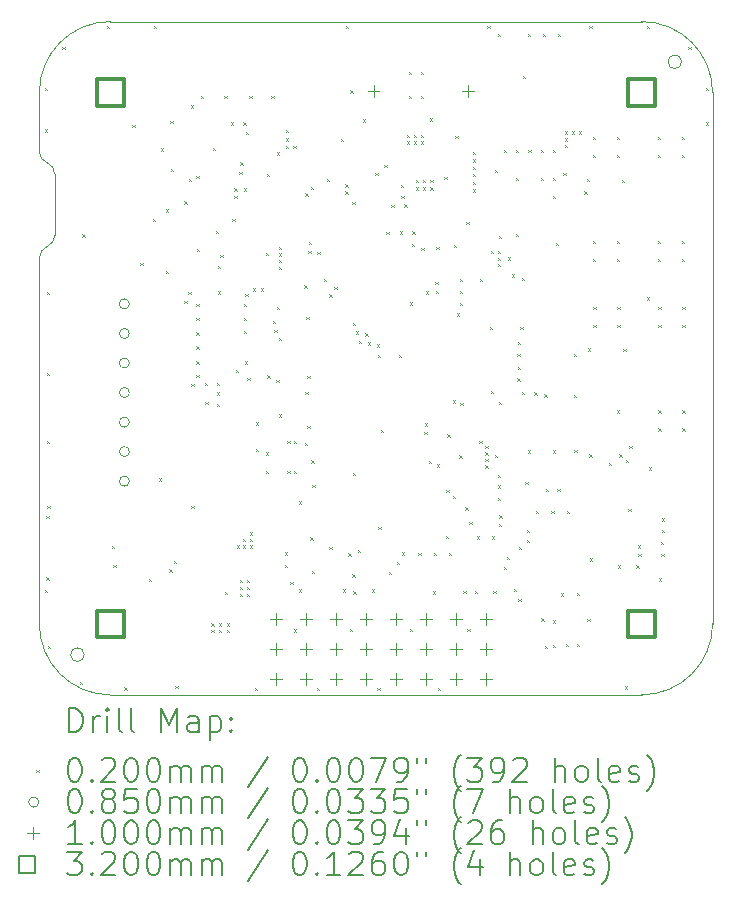
<source format=gbr>
%FSLAX45Y45*%
G04 Gerber Fmt 4.5, Leading zero omitted, Abs format (unit mm)*
G04 Created by KiCad (PCBNEW (6.0.1)) date 2022-07-12 15:17:18*
%MOMM*%
%LPD*%
G01*
G04 APERTURE LIST*
%TA.AperFunction,Profile*%
%ADD10C,0.100000*%
%TD*%
%ADD11C,0.200000*%
%ADD12C,0.020000*%
%ADD13C,0.085000*%
%ADD14C,0.100000*%
%ADD15C,0.320000*%
G04 APERTURE END LIST*
D10*
X7600000Y-13402000D02*
X12100000Y-13402000D01*
X7000000Y-8302000D02*
X7000000Y-8802000D01*
X7070614Y-9603381D02*
G75*
G03*
X7000000Y-9702000I40743J-103763D01*
G01*
X12700000Y-8302000D02*
G75*
G03*
X12100000Y-7702000I-600000J0D01*
G01*
X12700000Y-12802000D02*
X12700000Y-8302000D01*
X7130000Y-8992000D02*
G75*
G03*
X7065000Y-8897000I-99352J1759D01*
G01*
X12437600Y-8042400D02*
G75*
G03*
X12437600Y-8042400I-57600J0D01*
G01*
X7000000Y-9702000D02*
X7000000Y-12802000D01*
X7600000Y-7702000D02*
G75*
G03*
X7000000Y-8302000I0J-600000D01*
G01*
X12100000Y-7702000D02*
X7600000Y-7702000D01*
X7000000Y-12802000D02*
G75*
G03*
X7600000Y-13402000I600000J0D01*
G01*
X12100000Y-13402000D02*
G75*
G03*
X12700000Y-12802000I0J600000D01*
G01*
X7070614Y-9603381D02*
G75*
G03*
X7130000Y-9512000I-40614J91381D01*
G01*
X7380000Y-13062000D02*
G75*
G03*
X7380000Y-13062000I-57600J0D01*
G01*
X7000000Y-8802000D02*
G75*
G03*
X7065000Y-8897000I99352J-1759D01*
G01*
X7130000Y-9512000D02*
X7130000Y-8992000D01*
D11*
D12*
X7045250Y-8265000D02*
X7065250Y-8285000D01*
X7065250Y-8265000D02*
X7045250Y-8285000D01*
X7045250Y-8615000D02*
X7065250Y-8635000D01*
X7065250Y-8615000D02*
X7045250Y-8635000D01*
X7045250Y-12515000D02*
X7065250Y-12535000D01*
X7065250Y-12515000D02*
X7045250Y-12535000D01*
X7060000Y-11887000D02*
X7080000Y-11907000D01*
X7080000Y-11887000D02*
X7060000Y-11907000D01*
X7060000Y-12407000D02*
X7080000Y-12427000D01*
X7080000Y-12407000D02*
X7060000Y-12427000D01*
X7062500Y-11250000D02*
X7082500Y-11270000D01*
X7082500Y-11250000D02*
X7062500Y-11270000D01*
X7065000Y-9992500D02*
X7085000Y-10012500D01*
X7085000Y-9992500D02*
X7065000Y-10012500D01*
X7065000Y-10675000D02*
X7085000Y-10695000D01*
X7085000Y-10675000D02*
X7065000Y-10695000D01*
X7067500Y-11800000D02*
X7087500Y-11820000D01*
X7087500Y-11800000D02*
X7067500Y-11820000D01*
X7070250Y-12990000D02*
X7090250Y-13010000D01*
X7090250Y-12990000D02*
X7070250Y-13010000D01*
X7195250Y-7915000D02*
X7215250Y-7935000D01*
X7215250Y-7915000D02*
X7195250Y-7935000D01*
X7345250Y-13290000D02*
X7365250Y-13310000D01*
X7365250Y-13290000D02*
X7345250Y-13310000D01*
X7365000Y-9502000D02*
X7385000Y-9522000D01*
X7385000Y-9502000D02*
X7365000Y-9522000D01*
X7570250Y-7740000D02*
X7590250Y-7760000D01*
X7590250Y-7740000D02*
X7570250Y-7760000D01*
X7615000Y-12142000D02*
X7635000Y-12162000D01*
X7635000Y-12142000D02*
X7615000Y-12162000D01*
X7625000Y-12302500D02*
X7645000Y-12322500D01*
X7645000Y-12302500D02*
X7625000Y-12322500D01*
X7720250Y-13340000D02*
X7740250Y-13360000D01*
X7740250Y-13340000D02*
X7720250Y-13360000D01*
X7787500Y-8575000D02*
X7807500Y-8595000D01*
X7807500Y-8575000D02*
X7787500Y-8595000D01*
X7855000Y-9742000D02*
X7875000Y-9762000D01*
X7875000Y-9742000D02*
X7855000Y-9762000D01*
X7927500Y-12417500D02*
X7947500Y-12437500D01*
X7947500Y-12417500D02*
X7927500Y-12437500D01*
X7960000Y-9370000D02*
X7980000Y-9390000D01*
X7980000Y-9370000D02*
X7960000Y-9390000D01*
X7970250Y-7740000D02*
X7990250Y-7760000D01*
X7990250Y-7740000D02*
X7970250Y-7760000D01*
X8010000Y-11570000D02*
X8030000Y-11590000D01*
X8030000Y-11570000D02*
X8010000Y-11590000D01*
X8030509Y-8774452D02*
X8050509Y-8794452D01*
X8050509Y-8774452D02*
X8030509Y-8794452D01*
X8072750Y-9292500D02*
X8092750Y-9312500D01*
X8092750Y-9292500D02*
X8072750Y-9312500D01*
X8072750Y-9812500D02*
X8092750Y-9832500D01*
X8092750Y-9812500D02*
X8072750Y-9832500D01*
X8100000Y-12340000D02*
X8120000Y-12360000D01*
X8120000Y-12340000D02*
X8100000Y-12360000D01*
X8109250Y-8544000D02*
X8129250Y-8564000D01*
X8129250Y-8544000D02*
X8109250Y-8564000D01*
X8115250Y-8950000D02*
X8135250Y-8970000D01*
X8135250Y-8950000D02*
X8115250Y-8970000D01*
X8137000Y-12265000D02*
X8157000Y-12285000D01*
X8157000Y-12265000D02*
X8137000Y-12285000D01*
X8150250Y-13325000D02*
X8170250Y-13345000D01*
X8170250Y-13325000D02*
X8150250Y-13345000D01*
X8227500Y-9225000D02*
X8247500Y-9245000D01*
X8247500Y-9225000D02*
X8227500Y-9245000D01*
X8227750Y-10065000D02*
X8247750Y-10085000D01*
X8247750Y-10065000D02*
X8227750Y-10085000D01*
X8260250Y-9990000D02*
X8280250Y-10010000D01*
X8280250Y-9990000D02*
X8260250Y-10010000D01*
X8264912Y-9034588D02*
X8284912Y-9054588D01*
X8284912Y-9034588D02*
X8264912Y-9054588D01*
X8285000Y-8412500D02*
X8305000Y-8432500D01*
X8305000Y-8412500D02*
X8285000Y-8432500D01*
X8285250Y-10770000D02*
X8305250Y-10790000D01*
X8305250Y-10770000D02*
X8285250Y-10790000D01*
X8287500Y-11799500D02*
X8307500Y-11819500D01*
X8307500Y-11799500D02*
X8287500Y-11819500D01*
X8330000Y-10092000D02*
X8350000Y-10112000D01*
X8350000Y-10092000D02*
X8330000Y-10112000D01*
X8330000Y-10212000D02*
X8350000Y-10232000D01*
X8350000Y-10212000D02*
X8330000Y-10232000D01*
X8330000Y-10332000D02*
X8350000Y-10352000D01*
X8350000Y-10332000D02*
X8330000Y-10352000D01*
X8330000Y-10453000D02*
X8350000Y-10473000D01*
X8350000Y-10453000D02*
X8330000Y-10473000D01*
X8330000Y-10578000D02*
X8350000Y-10598000D01*
X8350000Y-10578000D02*
X8330000Y-10598000D01*
X8330000Y-10692000D02*
X8350000Y-10712000D01*
X8350000Y-10692000D02*
X8330000Y-10712000D01*
X8330625Y-9005375D02*
X8350625Y-9025375D01*
X8350625Y-9005375D02*
X8330625Y-9025375D01*
X8332750Y-9627500D02*
X8352750Y-9647500D01*
X8352750Y-9627500D02*
X8332750Y-9647500D01*
X8365000Y-8331500D02*
X8385000Y-8351500D01*
X8385000Y-8331500D02*
X8365000Y-8351500D01*
X8400000Y-10758000D02*
X8420000Y-10778000D01*
X8420000Y-10758000D02*
X8400000Y-10778000D01*
X8405000Y-10920000D02*
X8425000Y-10940000D01*
X8425000Y-10920000D02*
X8405000Y-10940000D01*
X8455000Y-12797000D02*
X8475000Y-12817000D01*
X8475000Y-12797000D02*
X8455000Y-12817000D01*
X8455000Y-12852000D02*
X8475000Y-12872000D01*
X8475000Y-12852000D02*
X8455000Y-12872000D01*
X8469902Y-8773000D02*
X8489902Y-8793000D01*
X8489902Y-8773000D02*
X8469902Y-8793000D01*
X8492986Y-9472531D02*
X8512986Y-9492531D01*
X8512986Y-9472531D02*
X8492986Y-9492531D01*
X8501000Y-10937000D02*
X8521000Y-10957000D01*
X8521000Y-10937000D02*
X8501000Y-10957000D01*
X8503000Y-10841000D02*
X8523000Y-10861000D01*
X8523000Y-10841000D02*
X8503000Y-10861000D01*
X8505000Y-10760000D02*
X8525000Y-10780000D01*
X8525000Y-10760000D02*
X8505000Y-10780000D01*
X8510000Y-9985000D02*
X8530000Y-10005000D01*
X8530000Y-9985000D02*
X8510000Y-10005000D01*
X8511024Y-9767451D02*
X8531024Y-9787451D01*
X8531024Y-9767451D02*
X8511024Y-9787451D01*
X8520000Y-12797000D02*
X8540000Y-12817000D01*
X8540000Y-12797000D02*
X8520000Y-12817000D01*
X8520000Y-12852000D02*
X8540000Y-12872000D01*
X8540000Y-12852000D02*
X8520000Y-12872000D01*
X8533245Y-9678841D02*
X8553245Y-9698841D01*
X8553245Y-9678841D02*
X8533245Y-9698841D01*
X8565000Y-8331500D02*
X8585000Y-8351500D01*
X8585000Y-8331500D02*
X8565000Y-8351500D01*
X8570000Y-12530000D02*
X8590000Y-12550000D01*
X8590000Y-12530000D02*
X8570000Y-12550000D01*
X8585000Y-12797000D02*
X8605000Y-12817000D01*
X8605000Y-12797000D02*
X8585000Y-12817000D01*
X8585000Y-12852500D02*
X8605000Y-12872500D01*
X8605000Y-12852500D02*
X8585000Y-12872500D01*
X8622500Y-8555000D02*
X8642500Y-8575000D01*
X8642500Y-8555000D02*
X8622500Y-8575000D01*
X8635250Y-9370000D02*
X8655250Y-9390000D01*
X8655250Y-9370000D02*
X8635250Y-9390000D01*
X8650250Y-9115000D02*
X8670250Y-9135000D01*
X8670250Y-9115000D02*
X8650250Y-9135000D01*
X8650250Y-9175000D02*
X8670250Y-9195000D01*
X8670250Y-9175000D02*
X8650250Y-9195000D01*
X8663000Y-10648000D02*
X8683000Y-10668000D01*
X8683000Y-10648000D02*
X8663000Y-10668000D01*
X8670000Y-12135000D02*
X8690000Y-12155000D01*
X8690000Y-12135000D02*
X8670000Y-12155000D01*
X8692500Y-8972500D02*
X8712500Y-8992500D01*
X8712500Y-8972500D02*
X8692500Y-8992500D01*
X8697500Y-12429500D02*
X8717500Y-12449500D01*
X8717500Y-12429500D02*
X8697500Y-12449500D01*
X8697500Y-12487000D02*
X8717500Y-12507000D01*
X8717500Y-12487000D02*
X8697500Y-12507000D01*
X8697500Y-12545000D02*
X8717500Y-12565000D01*
X8717500Y-12545000D02*
X8697500Y-12565000D01*
X8702500Y-8892500D02*
X8722500Y-8912500D01*
X8722500Y-8892500D02*
X8702500Y-8912500D01*
X8725000Y-12080000D02*
X8745000Y-12100000D01*
X8745000Y-12080000D02*
X8725000Y-12100000D01*
X8725000Y-12135000D02*
X8745000Y-12155000D01*
X8745000Y-12135000D02*
X8725000Y-12155000D01*
X8727500Y-8555000D02*
X8747500Y-8575000D01*
X8747500Y-8555000D02*
X8727500Y-8575000D01*
X8730000Y-10092000D02*
X8750000Y-10112000D01*
X8750000Y-10092000D02*
X8730000Y-10112000D01*
X8730000Y-10212000D02*
X8750000Y-10232000D01*
X8750000Y-10212000D02*
X8730000Y-10232000D01*
X8731000Y-10318000D02*
X8751000Y-10338000D01*
X8751000Y-10318000D02*
X8731000Y-10338000D01*
X8733000Y-9114000D02*
X8753000Y-9134000D01*
X8753000Y-9114000D02*
X8733000Y-9134000D01*
X8741000Y-10578000D02*
X8761000Y-10598000D01*
X8761000Y-10578000D02*
X8741000Y-10598000D01*
X8745000Y-10009500D02*
X8765000Y-10029500D01*
X8765000Y-10009500D02*
X8745000Y-10029500D01*
X8750000Y-8635000D02*
X8770000Y-8655000D01*
X8770000Y-8635000D02*
X8750000Y-8655000D01*
X8757500Y-12429500D02*
X8777500Y-12449500D01*
X8777500Y-12429500D02*
X8757500Y-12449500D01*
X8757500Y-12487000D02*
X8777500Y-12507000D01*
X8777500Y-12487000D02*
X8757500Y-12507000D01*
X8757500Y-12544500D02*
X8777500Y-12564500D01*
X8777500Y-12544500D02*
X8757500Y-12564500D01*
X8760250Y-10715811D02*
X8780250Y-10735811D01*
X8780250Y-10715811D02*
X8760250Y-10735811D01*
X8777500Y-8332000D02*
X8797500Y-8352000D01*
X8797500Y-8332000D02*
X8777500Y-8352000D01*
X8780000Y-12025000D02*
X8800000Y-12045000D01*
X8800000Y-12025000D02*
X8780000Y-12045000D01*
X8780000Y-12080000D02*
X8800000Y-12100000D01*
X8800000Y-12080000D02*
X8780000Y-12100000D01*
X8780000Y-12135000D02*
X8800000Y-12155000D01*
X8800000Y-12135000D02*
X8780000Y-12155000D01*
X8809000Y-9960000D02*
X8829000Y-9980000D01*
X8829000Y-9960000D02*
X8809000Y-9980000D01*
X8824000Y-13344000D02*
X8844000Y-13364000D01*
X8844000Y-13344000D02*
X8824000Y-13364000D01*
X8830250Y-11321000D02*
X8850250Y-11341000D01*
X8850250Y-11321000D02*
X8830250Y-11341000D01*
X8831000Y-11096402D02*
X8851000Y-11116402D01*
X8851000Y-11096402D02*
X8831000Y-11116402D01*
X8876000Y-9961000D02*
X8896000Y-9981000D01*
X8896000Y-9961000D02*
X8876000Y-9981000D01*
X8915000Y-11507500D02*
X8935000Y-11527500D01*
X8935000Y-11507500D02*
X8915000Y-11527500D01*
X8915250Y-11350000D02*
X8935250Y-11370000D01*
X8935250Y-11350000D02*
X8915250Y-11370000D01*
X8917750Y-9660000D02*
X8937750Y-9680000D01*
X8937750Y-9660000D02*
X8917750Y-9680000D01*
X8927500Y-8992500D02*
X8947500Y-9012500D01*
X8947500Y-8992500D02*
X8927500Y-9012500D01*
X8930000Y-10696000D02*
X8950000Y-10716000D01*
X8950000Y-10696000D02*
X8930000Y-10716000D01*
X8965000Y-8331500D02*
X8985000Y-8351500D01*
X8985000Y-8331500D02*
X8965000Y-8351500D01*
X8974628Y-10236760D02*
X8994628Y-10256760D01*
X8994628Y-10236760D02*
X8974628Y-10256760D01*
X8990000Y-10312000D02*
X9010000Y-10332000D01*
X9010000Y-10312000D02*
X8990000Y-10332000D01*
X9007500Y-10737500D02*
X9027500Y-10757500D01*
X9027500Y-10737500D02*
X9007500Y-10757500D01*
X9008533Y-10118245D02*
X9028533Y-10138245D01*
X9028533Y-10118245D02*
X9008533Y-10138245D01*
X9010000Y-8810000D02*
X9030000Y-8830000D01*
X9030000Y-8810000D02*
X9010000Y-8830000D01*
X9025000Y-9609000D02*
X9045000Y-9629000D01*
X9045000Y-9609000D02*
X9025000Y-9629000D01*
X9025000Y-9664000D02*
X9045000Y-9684000D01*
X9045000Y-9664000D02*
X9025000Y-9684000D01*
X9025000Y-9721500D02*
X9045000Y-9741500D01*
X9045000Y-9721500D02*
X9025000Y-9741500D01*
X9025000Y-9776500D02*
X9045000Y-9796500D01*
X9045000Y-9776500D02*
X9025000Y-9796500D01*
X9029000Y-10378050D02*
X9049000Y-10398050D01*
X9049000Y-10378050D02*
X9029000Y-10398050D01*
X9030000Y-11028050D02*
X9050000Y-11048050D01*
X9050000Y-11028050D02*
X9030000Y-11048050D01*
X9080000Y-12195000D02*
X9100000Y-12215000D01*
X9100000Y-12195000D02*
X9080000Y-12215000D01*
X9081000Y-12299000D02*
X9101000Y-12319000D01*
X9101000Y-12299000D02*
X9081000Y-12319000D01*
X9085000Y-8620000D02*
X9105000Y-8640000D01*
X9105000Y-8620000D02*
X9085000Y-8640000D01*
X9085000Y-8690000D02*
X9105000Y-8710000D01*
X9105000Y-8690000D02*
X9085000Y-8710000D01*
X9085000Y-8755000D02*
X9105000Y-8775000D01*
X9105000Y-8755000D02*
X9085000Y-8775000D01*
X9100000Y-11252000D02*
X9120000Y-11272000D01*
X9120000Y-11252000D02*
X9100000Y-11272000D01*
X9100000Y-11507000D02*
X9120000Y-11527000D01*
X9120000Y-11507000D02*
X9100000Y-11527000D01*
X9124000Y-12446000D02*
X9144000Y-12466000D01*
X9144000Y-12446000D02*
X9124000Y-12466000D01*
X9150000Y-8755000D02*
X9170000Y-8775000D01*
X9170000Y-8755000D02*
X9150000Y-8775000D01*
X9152500Y-12847500D02*
X9172500Y-12867500D01*
X9172500Y-12847500D02*
X9152500Y-12867500D01*
X9155000Y-11252000D02*
X9175000Y-11272000D01*
X9175000Y-11252000D02*
X9155000Y-11272000D01*
X9155000Y-11507000D02*
X9175000Y-11527000D01*
X9175000Y-11507000D02*
X9155000Y-11527000D01*
X9195000Y-11763236D02*
X9215000Y-11783236D01*
X9215000Y-11763236D02*
X9195000Y-11783236D01*
X9195000Y-12510000D02*
X9215000Y-12530000D01*
X9215000Y-12510000D02*
X9195000Y-12530000D01*
X9242500Y-9935000D02*
X9262500Y-9955000D01*
X9262500Y-9935000D02*
X9242500Y-9955000D01*
X9247000Y-11270000D02*
X9267000Y-11290000D01*
X9267000Y-11270000D02*
X9247000Y-11290000D01*
X9250500Y-9155500D02*
X9270500Y-9175500D01*
X9270500Y-9155500D02*
X9250500Y-9175500D01*
X9252500Y-10834500D02*
X9272500Y-10854500D01*
X9272500Y-10834500D02*
X9252500Y-10854500D01*
X9260000Y-10200000D02*
X9280000Y-10220000D01*
X9280000Y-10200000D02*
X9260000Y-10220000D01*
X9267500Y-10700000D02*
X9287500Y-10720000D01*
X9287500Y-10700000D02*
X9267500Y-10720000D01*
X9268000Y-11122000D02*
X9288000Y-11142000D01*
X9288000Y-11122000D02*
X9268000Y-11142000D01*
X9278000Y-9645000D02*
X9298000Y-9665000D01*
X9298000Y-9645000D02*
X9278000Y-9665000D01*
X9280000Y-9565000D02*
X9300000Y-9585000D01*
X9300000Y-9565000D02*
X9280000Y-9585000D01*
X9295000Y-12070000D02*
X9315000Y-12090000D01*
X9315000Y-12070000D02*
X9295000Y-12090000D01*
X9297750Y-9100000D02*
X9317750Y-9120000D01*
X9317750Y-9100000D02*
X9297750Y-9120000D01*
X9302501Y-11417000D02*
X9322501Y-11437000D01*
X9322501Y-11417000D02*
X9302501Y-11437000D01*
X9305000Y-12355000D02*
X9325000Y-12375000D01*
X9325000Y-12355000D02*
X9305000Y-12375000D01*
X9309750Y-11623000D02*
X9329750Y-11643000D01*
X9329750Y-11623000D02*
X9309750Y-11643000D01*
X9351500Y-13341500D02*
X9371500Y-13361500D01*
X9371500Y-13341500D02*
X9351500Y-13361500D01*
X9355050Y-9650517D02*
X9375050Y-9670517D01*
X9375050Y-9650517D02*
X9355050Y-9670517D01*
X9410000Y-9882000D02*
X9430000Y-9902000D01*
X9430000Y-9882000D02*
X9410000Y-9902000D01*
X9433299Y-9031912D02*
X9453299Y-9051912D01*
X9453299Y-9031912D02*
X9433299Y-9051912D01*
X9455000Y-10010000D02*
X9475000Y-10030000D01*
X9475000Y-10010000D02*
X9455000Y-10030000D01*
X9456500Y-12151500D02*
X9476500Y-12171500D01*
X9476500Y-12151500D02*
X9456500Y-12171500D01*
X9497500Y-9949500D02*
X9517500Y-9969500D01*
X9517500Y-9949500D02*
X9497500Y-9969500D01*
X9552500Y-8695000D02*
X9572500Y-8715000D01*
X9572500Y-8695000D02*
X9552500Y-8715000D01*
X9570000Y-12510000D02*
X9590000Y-12530000D01*
X9590000Y-12510000D02*
X9570000Y-12530000D01*
X9590000Y-9080000D02*
X9610000Y-9100000D01*
X9610000Y-9080000D02*
X9590000Y-9100000D01*
X9590000Y-9139000D02*
X9610000Y-9159000D01*
X9610000Y-9139000D02*
X9590000Y-9159000D01*
X9595250Y-7740000D02*
X9615250Y-7760000D01*
X9615250Y-7740000D02*
X9595250Y-7760000D01*
X9615000Y-12205000D02*
X9635000Y-12225000D01*
X9635000Y-12205000D02*
X9615000Y-12225000D01*
X9631000Y-12845000D02*
X9651000Y-12865000D01*
X9651000Y-12845000D02*
X9631000Y-12865000D01*
X9632500Y-8285000D02*
X9652500Y-8305000D01*
X9652500Y-8285000D02*
X9632500Y-8305000D01*
X9651000Y-9228000D02*
X9671000Y-9248000D01*
X9671000Y-9228000D02*
X9651000Y-9248000D01*
X9651000Y-12382000D02*
X9671000Y-12402000D01*
X9671000Y-12382000D02*
X9651000Y-12402000D01*
X9653500Y-10253500D02*
X9673500Y-10273500D01*
X9673500Y-10253500D02*
X9653500Y-10273500D01*
X9655000Y-11522000D02*
X9675000Y-11542000D01*
X9675000Y-11522000D02*
X9655000Y-11542000D01*
X9658000Y-12527000D02*
X9678000Y-12547000D01*
X9678000Y-12527000D02*
X9658000Y-12547000D01*
X9679000Y-10324000D02*
X9699000Y-10344000D01*
X9699000Y-10324000D02*
X9679000Y-10344000D01*
X9697000Y-12172500D02*
X9717000Y-12192500D01*
X9717000Y-12172500D02*
X9697000Y-12192500D01*
X9702500Y-10402500D02*
X9722500Y-10422500D01*
X9722500Y-10402500D02*
X9702500Y-10422500D01*
X9741500Y-8530000D02*
X9761500Y-8550000D01*
X9761500Y-8530000D02*
X9741500Y-8550000D01*
X9758500Y-10341000D02*
X9778500Y-10361000D01*
X9778500Y-10341000D02*
X9758500Y-10361000D01*
X9781000Y-10417000D02*
X9801000Y-10437000D01*
X9801000Y-10417000D02*
X9781000Y-10437000D01*
X9817000Y-12510000D02*
X9837000Y-12530000D01*
X9837000Y-12510000D02*
X9817000Y-12530000D01*
X9845000Y-8980000D02*
X9865000Y-9000000D01*
X9865000Y-8980000D02*
X9845000Y-9000000D01*
X9860000Y-10435000D02*
X9880000Y-10455000D01*
X9880000Y-10435000D02*
X9860000Y-10455000D01*
X9861500Y-13341500D02*
X9881500Y-13361500D01*
X9881500Y-13341500D02*
X9861500Y-13361500D01*
X9865000Y-10525000D02*
X9885000Y-10545000D01*
X9885000Y-10525000D02*
X9865000Y-10545000D01*
X9870000Y-11980000D02*
X9890000Y-12000000D01*
X9890000Y-11980000D02*
X9870000Y-12000000D01*
X9891000Y-11157500D02*
X9911000Y-11177500D01*
X9911000Y-11157500D02*
X9891000Y-11177500D01*
X9920000Y-8915000D02*
X9940000Y-8935000D01*
X9940000Y-8915000D02*
X9920000Y-8935000D01*
X9937036Y-9481204D02*
X9957036Y-9501204D01*
X9957036Y-9481204D02*
X9937036Y-9501204D01*
X9960000Y-12360000D02*
X9980000Y-12380000D01*
X9980000Y-12360000D02*
X9960000Y-12380000D01*
X9980000Y-9252000D02*
X10000000Y-9272000D01*
X10000000Y-9252000D02*
X9980000Y-9272000D01*
X10028771Y-12274271D02*
X10048771Y-12294271D01*
X10048771Y-12274271D02*
X10028771Y-12294271D01*
X10045000Y-10525000D02*
X10065000Y-10545000D01*
X10065000Y-10525000D02*
X10045000Y-10545000D01*
X10051725Y-9478124D02*
X10071725Y-9498124D01*
X10071725Y-9478124D02*
X10051725Y-9498124D01*
X10062500Y-9084500D02*
X10082500Y-9104500D01*
X10082500Y-9084500D02*
X10062500Y-9104500D01*
X10065000Y-9179500D02*
X10085000Y-9199500D01*
X10085000Y-9179500D02*
X10065000Y-9199500D01*
X10068750Y-12196250D02*
X10088750Y-12216250D01*
X10088750Y-12196250D02*
X10068750Y-12216250D01*
X10090000Y-9249500D02*
X10110000Y-9269500D01*
X10110000Y-9249500D02*
X10090000Y-9269500D01*
X10114000Y-8659000D02*
X10134000Y-8679000D01*
X10134000Y-8659000D02*
X10114000Y-8679000D01*
X10114000Y-8715000D02*
X10134000Y-8735000D01*
X10134000Y-8715000D02*
X10114000Y-8735000D01*
X10127500Y-8126500D02*
X10147500Y-8146500D01*
X10147500Y-8126500D02*
X10127500Y-8146500D01*
X10127500Y-8331500D02*
X10147500Y-8351500D01*
X10147500Y-8331500D02*
X10127500Y-8351500D01*
X10135000Y-10080000D02*
X10155000Y-10100000D01*
X10155000Y-10080000D02*
X10135000Y-10100000D01*
X10137000Y-12845000D02*
X10157000Y-12865000D01*
X10157000Y-12845000D02*
X10137000Y-12865000D01*
X10156043Y-9582495D02*
X10176043Y-9602495D01*
X10176043Y-9582495D02*
X10156043Y-9602495D01*
X10157163Y-9477978D02*
X10177163Y-9497978D01*
X10177163Y-9477978D02*
X10157163Y-9497978D01*
X10173000Y-8659000D02*
X10193000Y-8679000D01*
X10193000Y-8659000D02*
X10173000Y-8679000D01*
X10173000Y-8715000D02*
X10193000Y-8735000D01*
X10193000Y-8715000D02*
X10173000Y-8735000D01*
X10190000Y-9044000D02*
X10210000Y-9064000D01*
X10210000Y-9044000D02*
X10190000Y-9064000D01*
X10190000Y-9105000D02*
X10210000Y-9125000D01*
X10210000Y-9105000D02*
X10190000Y-9125000D01*
X10207500Y-12197500D02*
X10227500Y-12217500D01*
X10227500Y-12197500D02*
X10207500Y-12217500D01*
X10227500Y-8126500D02*
X10247500Y-8146500D01*
X10247500Y-8126500D02*
X10227500Y-8146500D01*
X10227500Y-8331500D02*
X10247500Y-8351500D01*
X10247500Y-8331500D02*
X10227500Y-8351500D01*
X10232000Y-8659000D02*
X10252000Y-8679000D01*
X10252000Y-8659000D02*
X10232000Y-8679000D01*
X10232000Y-8715000D02*
X10252000Y-8735000D01*
X10252000Y-8715000D02*
X10232000Y-8735000D01*
X10235000Y-9619500D02*
X10255000Y-9639500D01*
X10255000Y-9619500D02*
X10235000Y-9639500D01*
X10249000Y-9044000D02*
X10269000Y-9064000D01*
X10269000Y-9044000D02*
X10249000Y-9064000D01*
X10249000Y-9105000D02*
X10269000Y-9125000D01*
X10269000Y-9105000D02*
X10249000Y-9125000D01*
X10260669Y-11176870D02*
X10280669Y-11196870D01*
X10280669Y-11176870D02*
X10260669Y-11196870D01*
X10262500Y-11102500D02*
X10282500Y-11122500D01*
X10282500Y-11102500D02*
X10262500Y-11122500D01*
X10270000Y-9984500D02*
X10290000Y-10004500D01*
X10290000Y-9984500D02*
X10270000Y-10004500D01*
X10300050Y-11423000D02*
X10320050Y-11443000D01*
X10320050Y-11423000D02*
X10300050Y-11443000D01*
X10306500Y-8522500D02*
X10326500Y-8542500D01*
X10326500Y-8522500D02*
X10306500Y-8542500D01*
X10310000Y-9044000D02*
X10330000Y-9064000D01*
X10330000Y-9044000D02*
X10310000Y-9064000D01*
X10310000Y-9105000D02*
X10330000Y-9125000D01*
X10330000Y-9105000D02*
X10310000Y-9125000D01*
X10333000Y-12526000D02*
X10353000Y-12546000D01*
X10353000Y-12526000D02*
X10333000Y-12546000D01*
X10337500Y-12197500D02*
X10357500Y-12217500D01*
X10357500Y-12197500D02*
X10337500Y-12217500D01*
X10352500Y-9904500D02*
X10372500Y-9924500D01*
X10372500Y-9904500D02*
X10352500Y-9924500D01*
X10355000Y-9982500D02*
X10375000Y-10002500D01*
X10375000Y-9982500D02*
X10355000Y-10002500D01*
X10359950Y-9607000D02*
X10379950Y-9627000D01*
X10379950Y-9607000D02*
X10359950Y-9627000D01*
X10363361Y-11449856D02*
X10383361Y-11469856D01*
X10383361Y-11449856D02*
X10363361Y-11469856D01*
X10376500Y-13341500D02*
X10396500Y-13361500D01*
X10396500Y-13341500D02*
X10376500Y-13361500D01*
X10430053Y-9014053D02*
X10450053Y-9034053D01*
X10450053Y-9014053D02*
X10430053Y-9034053D01*
X10440000Y-12056000D02*
X10460000Y-12076000D01*
X10460000Y-12056000D02*
X10440000Y-12076000D01*
X10444600Y-11664937D02*
X10464600Y-11684937D01*
X10464600Y-11664937D02*
X10444600Y-11684937D01*
X10455000Y-11197000D02*
X10475000Y-11217000D01*
X10475000Y-11197000D02*
X10455000Y-11217000D01*
X10467662Y-12197338D02*
X10487662Y-12217338D01*
X10487662Y-12197338D02*
X10467662Y-12217338D01*
X10499550Y-11717500D02*
X10519550Y-11737500D01*
X10519550Y-11717500D02*
X10499550Y-11737500D01*
X10502500Y-10907500D02*
X10522500Y-10927500D01*
X10522500Y-10907500D02*
X10502500Y-10927500D01*
X10507000Y-9590050D02*
X10527000Y-9610050D01*
X10527000Y-9590050D02*
X10507000Y-9610050D01*
X10523000Y-8670000D02*
X10543000Y-8690000D01*
X10543000Y-8670000D02*
X10523000Y-8690000D01*
X10535000Y-10172500D02*
X10555000Y-10192500D01*
X10555000Y-10172500D02*
X10535000Y-10192500D01*
X10555000Y-11375000D02*
X10575000Y-11395000D01*
X10575000Y-11375000D02*
X10555000Y-11395000D01*
X10560000Y-9880000D02*
X10580000Y-9900000D01*
X10580000Y-9880000D02*
X10560000Y-9900000D01*
X10560000Y-9983000D02*
X10580000Y-10003000D01*
X10580000Y-9983000D02*
X10560000Y-10003000D01*
X10560000Y-10082000D02*
X10580000Y-10102000D01*
X10580000Y-10082000D02*
X10560000Y-10102000D01*
X10565000Y-10932500D02*
X10585000Y-10952500D01*
X10585000Y-10932500D02*
X10565000Y-10952500D01*
X10590000Y-12523000D02*
X10610000Y-12543000D01*
X10610000Y-12523000D02*
X10590000Y-12543000D01*
X10608000Y-11816000D02*
X10628000Y-11836000D01*
X10628000Y-11816000D02*
X10608000Y-11836000D01*
X10615000Y-9400000D02*
X10635000Y-9420000D01*
X10635000Y-9400000D02*
X10615000Y-9420000D01*
X10625000Y-12845000D02*
X10645000Y-12865000D01*
X10645000Y-12845000D02*
X10625000Y-12865000D01*
X10640500Y-11938548D02*
X10660500Y-11958548D01*
X10660500Y-11938548D02*
X10640500Y-11958548D01*
X10670000Y-8805000D02*
X10690000Y-8825000D01*
X10690000Y-8805000D02*
X10670000Y-8825000D01*
X10670000Y-8867500D02*
X10690000Y-8887500D01*
X10690000Y-8867500D02*
X10670000Y-8887500D01*
X10670000Y-8930000D02*
X10690000Y-8950000D01*
X10690000Y-8930000D02*
X10670000Y-8950000D01*
X10670000Y-8992500D02*
X10690000Y-9012500D01*
X10690000Y-8992500D02*
X10670000Y-9012500D01*
X10670000Y-9057500D02*
X10690000Y-9077500D01*
X10690000Y-9057500D02*
X10670000Y-9077500D01*
X10670000Y-9122500D02*
X10690000Y-9142500D01*
X10690000Y-9122500D02*
X10670000Y-9142500D01*
X10686000Y-12522000D02*
X10706000Y-12542000D01*
X10706000Y-12522000D02*
X10686000Y-12542000D01*
X10705500Y-12061048D02*
X10725500Y-12081048D01*
X10725500Y-12061048D02*
X10705500Y-12081048D01*
X10726000Y-11254000D02*
X10746000Y-11274000D01*
X10746000Y-11254000D02*
X10726000Y-11274000D01*
X10730000Y-9880000D02*
X10750000Y-9900000D01*
X10750000Y-9880000D02*
X10730000Y-9900000D01*
X10776000Y-11294000D02*
X10796000Y-11314000D01*
X10796000Y-11294000D02*
X10776000Y-11314000D01*
X10776000Y-11349000D02*
X10796000Y-11369000D01*
X10796000Y-11349000D02*
X10776000Y-11369000D01*
X10776000Y-11404000D02*
X10796000Y-11424000D01*
X10796000Y-11404000D02*
X10776000Y-11424000D01*
X10776000Y-11459000D02*
X10796000Y-11479000D01*
X10796000Y-11459000D02*
X10776000Y-11479000D01*
X10791500Y-7738500D02*
X10811500Y-7758500D01*
X10811500Y-7738500D02*
X10791500Y-7758500D01*
X10813000Y-10288000D02*
X10833000Y-10308000D01*
X10833000Y-10288000D02*
X10813000Y-10308000D01*
X10820274Y-10830685D02*
X10840274Y-10850685D01*
X10840274Y-10830685D02*
X10820274Y-10850685D01*
X10825000Y-9645000D02*
X10845000Y-9665000D01*
X10845000Y-9645000D02*
X10825000Y-9665000D01*
X10833000Y-12061048D02*
X10853000Y-12081048D01*
X10853000Y-12061048D02*
X10833000Y-12081048D01*
X10844000Y-12519000D02*
X10864000Y-12539000D01*
X10864000Y-12519000D02*
X10844000Y-12539000D01*
X10855000Y-8955000D02*
X10875000Y-8975000D01*
X10875000Y-8955000D02*
X10855000Y-8975000D01*
X10855250Y-11370000D02*
X10875250Y-11390000D01*
X10875250Y-11370000D02*
X10855250Y-11390000D01*
X10880000Y-9645000D02*
X10900000Y-9665000D01*
X10900000Y-9645000D02*
X10880000Y-9665000D01*
X10880000Y-9700000D02*
X10900000Y-9720000D01*
X10900000Y-9700000D02*
X10880000Y-9720000D01*
X10880000Y-9755000D02*
X10900000Y-9775000D01*
X10900000Y-9755000D02*
X10880000Y-9775000D01*
X10881500Y-7807500D02*
X10901500Y-7827500D01*
X10901500Y-7807500D02*
X10881500Y-7827500D01*
X10883000Y-11538000D02*
X10903000Y-11558000D01*
X10903000Y-11538000D02*
X10883000Y-11558000D01*
X10883000Y-11628548D02*
X10903000Y-11648548D01*
X10903000Y-11628548D02*
X10883000Y-11648548D01*
X10883000Y-11733548D02*
X10903000Y-11753548D01*
X10903000Y-11733548D02*
X10883000Y-11753548D01*
X10890000Y-9515000D02*
X10910000Y-9535000D01*
X10910000Y-9515000D02*
X10890000Y-9535000D01*
X10890000Y-10920000D02*
X10910000Y-10940000D01*
X10910000Y-10920000D02*
X10890000Y-10940000D01*
X10890500Y-11953548D02*
X10910500Y-11973548D01*
X10910500Y-11953548D02*
X10890500Y-11973548D01*
X10895550Y-11883548D02*
X10915550Y-11903548D01*
X10915550Y-11883548D02*
X10895550Y-11903548D01*
X10930000Y-8790000D02*
X10950000Y-8810000D01*
X10950000Y-8790000D02*
X10930000Y-8810000D01*
X10930000Y-12320000D02*
X10950000Y-12340000D01*
X10950000Y-12320000D02*
X10930000Y-12340000D01*
X10956000Y-12233000D02*
X10976000Y-12253000D01*
X10976000Y-12233000D02*
X10956000Y-12253000D01*
X10964500Y-9699500D02*
X10984500Y-9719500D01*
X10984500Y-9699500D02*
X10964500Y-9719500D01*
X11001000Y-9841000D02*
X11021000Y-9861000D01*
X11021000Y-9841000D02*
X11001000Y-9861000D01*
X11015250Y-12502500D02*
X11035250Y-12522500D01*
X11035250Y-12502500D02*
X11015250Y-12522500D01*
X11032000Y-9501000D02*
X11052000Y-9521000D01*
X11052000Y-9501000D02*
X11032000Y-9521000D01*
X11035000Y-8790000D02*
X11055000Y-8810000D01*
X11055000Y-8790000D02*
X11035000Y-8810000D01*
X11035000Y-9026450D02*
X11055000Y-9046450D01*
X11055000Y-9026450D02*
X11035000Y-9046450D01*
X11048000Y-10516000D02*
X11068000Y-10536000D01*
X11068000Y-10516000D02*
X11048000Y-10536000D01*
X11048000Y-10722000D02*
X11068000Y-10742000D01*
X11068000Y-10722000D02*
X11048000Y-10742000D01*
X11050000Y-10413000D02*
X11070000Y-10433000D01*
X11070000Y-10413000D02*
X11050000Y-10433000D01*
X11050000Y-10626000D02*
X11070000Y-10646000D01*
X11070000Y-10626000D02*
X11050000Y-10646000D01*
X11055000Y-12590000D02*
X11075000Y-12610000D01*
X11075000Y-12590000D02*
X11055000Y-12610000D01*
X11057500Y-12147000D02*
X11077500Y-12167000D01*
X11077500Y-12147000D02*
X11057500Y-12167000D01*
X11071405Y-10288741D02*
X11091405Y-10308741D01*
X11091405Y-10288741D02*
X11071405Y-10308741D01*
X11085000Y-9870000D02*
X11105000Y-9890000D01*
X11105000Y-9870000D02*
X11085000Y-9890000D01*
X11085000Y-10834500D02*
X11105000Y-10854500D01*
X11105000Y-10834500D02*
X11085000Y-10854500D01*
X11092500Y-8160000D02*
X11112500Y-8180000D01*
X11112500Y-8160000D02*
X11092500Y-8180000D01*
X11114000Y-11600000D02*
X11134000Y-11620000D01*
X11134000Y-11600000D02*
X11114000Y-11620000D01*
X11125000Y-12092000D02*
X11145000Y-12112000D01*
X11145000Y-12092000D02*
X11125000Y-12112000D01*
X11126000Y-12003000D02*
X11146000Y-12023000D01*
X11146000Y-12003000D02*
X11126000Y-12023000D01*
X11137500Y-11332000D02*
X11157500Y-11352000D01*
X11157500Y-11332000D02*
X11137500Y-11352000D01*
X11138500Y-7807500D02*
X11158500Y-7827500D01*
X11158500Y-7807500D02*
X11138500Y-7827500D01*
X11140000Y-8790000D02*
X11160000Y-8810000D01*
X11160000Y-8790000D02*
X11140000Y-8810000D01*
X11190250Y-10840000D02*
X11210250Y-10860000D01*
X11210250Y-10840000D02*
X11190250Y-10860000D01*
X11205000Y-11847000D02*
X11225000Y-11867000D01*
X11225000Y-11847000D02*
X11205000Y-11867000D01*
X11245000Y-8790000D02*
X11265000Y-8810000D01*
X11265000Y-8790000D02*
X11245000Y-8810000D01*
X11245000Y-9026450D02*
X11265000Y-9046450D01*
X11265000Y-9026450D02*
X11245000Y-9046450D01*
X11250000Y-12755000D02*
X11270000Y-12775000D01*
X11270000Y-12755000D02*
X11250000Y-12775000D01*
X11263500Y-7807500D02*
X11283500Y-7827500D01*
X11283500Y-7807500D02*
X11263500Y-7827500D01*
X11275000Y-10857000D02*
X11295000Y-10877000D01*
X11295000Y-10857000D02*
X11275000Y-10877000D01*
X11280000Y-12985000D02*
X11300000Y-13005000D01*
X11300000Y-12985000D02*
X11280000Y-13005000D01*
X11290000Y-11660000D02*
X11310000Y-11680000D01*
X11310000Y-11660000D02*
X11290000Y-11680000D01*
X11335000Y-11847000D02*
X11355000Y-11867000D01*
X11355000Y-11847000D02*
X11335000Y-11867000D01*
X11345000Y-12772000D02*
X11365000Y-12792000D01*
X11365000Y-12772000D02*
X11345000Y-12792000D01*
X11347000Y-9177000D02*
X11367000Y-9197000D01*
X11367000Y-9177000D02*
X11347000Y-9197000D01*
X11347500Y-11332000D02*
X11367500Y-11352000D01*
X11367500Y-11332000D02*
X11347500Y-11352000D01*
X11350000Y-8790000D02*
X11370000Y-8810000D01*
X11370000Y-8790000D02*
X11350000Y-8810000D01*
X11350000Y-9025450D02*
X11370000Y-9045450D01*
X11370000Y-9025450D02*
X11350000Y-9045450D01*
X11350000Y-12977000D02*
X11370000Y-12997000D01*
X11370000Y-12977000D02*
X11350000Y-12997000D01*
X11375000Y-9575000D02*
X11395000Y-9595000D01*
X11395000Y-9575000D02*
X11375000Y-9595000D01*
X11385000Y-11660000D02*
X11405000Y-11680000D01*
X11405000Y-11660000D02*
X11385000Y-11680000D01*
X11388500Y-7807500D02*
X11408500Y-7827500D01*
X11408500Y-7807500D02*
X11388500Y-7827500D01*
X11416644Y-12541981D02*
X11436644Y-12561981D01*
X11436644Y-12541981D02*
X11416644Y-12561981D01*
X11435000Y-8980000D02*
X11455000Y-9000000D01*
X11455000Y-8980000D02*
X11435000Y-9000000D01*
X11450000Y-8630000D02*
X11470000Y-8650000D01*
X11470000Y-8630000D02*
X11450000Y-8650000D01*
X11450000Y-8690000D02*
X11470000Y-8710000D01*
X11470000Y-8690000D02*
X11450000Y-8710000D01*
X11450000Y-8747500D02*
X11470000Y-8767500D01*
X11470000Y-8747500D02*
X11450000Y-8767500D01*
X11455000Y-12972000D02*
X11475000Y-12992000D01*
X11475000Y-12972000D02*
X11455000Y-12992000D01*
X11465000Y-11847000D02*
X11485000Y-11867000D01*
X11485000Y-11847000D02*
X11465000Y-11867000D01*
X11510000Y-8630000D02*
X11530000Y-8650000D01*
X11530000Y-8630000D02*
X11510000Y-8650000D01*
X11525000Y-10515000D02*
X11545000Y-10535000D01*
X11545000Y-10515000D02*
X11525000Y-10535000D01*
X11525000Y-10860000D02*
X11545000Y-10880000D01*
X11545000Y-10860000D02*
X11525000Y-10880000D01*
X11530000Y-11330000D02*
X11550000Y-11350000D01*
X11550000Y-11330000D02*
X11530000Y-11350000D01*
X11550000Y-12541000D02*
X11570000Y-12561000D01*
X11570000Y-12541000D02*
X11550000Y-12561000D01*
X11550000Y-12972000D02*
X11570000Y-12992000D01*
X11570000Y-12972000D02*
X11550000Y-12992000D01*
X11570000Y-8630000D02*
X11590000Y-8650000D01*
X11590000Y-8630000D02*
X11570000Y-8650000D01*
X11615000Y-9140000D02*
X11635000Y-9160000D01*
X11635000Y-9140000D02*
X11615000Y-9160000D01*
X11635000Y-9032000D02*
X11655000Y-9052000D01*
X11655000Y-9032000D02*
X11635000Y-9052000D01*
X11640000Y-12760000D02*
X11660000Y-12780000D01*
X11660000Y-12760000D02*
X11640000Y-12780000D01*
X11645000Y-10467000D02*
X11665000Y-10487000D01*
X11665000Y-10467000D02*
X11645000Y-10487000D01*
X11655000Y-11365000D02*
X11675000Y-11385000D01*
X11675000Y-11365000D02*
X11655000Y-11385000D01*
X11656750Y-7738500D02*
X11676750Y-7758500D01*
X11676750Y-7738500D02*
X11656750Y-7758500D01*
X11660000Y-12247000D02*
X11680000Y-12267000D01*
X11680000Y-12247000D02*
X11660000Y-12267000D01*
X11685000Y-8676500D02*
X11705000Y-8696500D01*
X11705000Y-8676500D02*
X11685000Y-8696500D01*
X11685000Y-8829000D02*
X11705000Y-8849000D01*
X11705000Y-8829000D02*
X11685000Y-8849000D01*
X11685000Y-9557500D02*
X11705000Y-9577500D01*
X11705000Y-9557500D02*
X11685000Y-9577500D01*
X11685000Y-9710000D02*
X11705000Y-9730000D01*
X11705000Y-9710000D02*
X11685000Y-9730000D01*
X11691000Y-10114500D02*
X11711000Y-10134500D01*
X11711000Y-10114500D02*
X11691000Y-10134500D01*
X11691000Y-10267000D02*
X11711000Y-10287000D01*
X11711000Y-10267000D02*
X11691000Y-10287000D01*
X11820000Y-11440000D02*
X11840000Y-11460000D01*
X11840000Y-11440000D02*
X11820000Y-11460000D01*
X11887500Y-8676500D02*
X11907500Y-8696500D01*
X11907500Y-8676500D02*
X11887500Y-8696500D01*
X11887500Y-8829000D02*
X11907500Y-8849000D01*
X11907500Y-8829000D02*
X11887500Y-8849000D01*
X11887500Y-9557500D02*
X11907500Y-9577500D01*
X11907500Y-9557500D02*
X11887500Y-9577500D01*
X11887500Y-9710000D02*
X11907500Y-9730000D01*
X11907500Y-9710000D02*
X11887500Y-9730000D01*
X11890500Y-10994500D02*
X11910500Y-11014500D01*
X11910500Y-10994500D02*
X11890500Y-11014500D01*
X11893500Y-10114500D02*
X11913500Y-10134500D01*
X11913500Y-10114500D02*
X11893500Y-10134500D01*
X11893500Y-10267000D02*
X11913500Y-10287000D01*
X11913500Y-10267000D02*
X11893500Y-10287000D01*
X11900000Y-12307000D02*
X11920000Y-12327000D01*
X11920000Y-12307000D02*
X11900000Y-12327000D01*
X11910000Y-11365000D02*
X11930000Y-11385000D01*
X11930000Y-11365000D02*
X11910000Y-11385000D01*
X11930000Y-9043049D02*
X11950000Y-9063049D01*
X11950000Y-9043049D02*
X11930000Y-9063049D01*
X11945000Y-10472000D02*
X11965000Y-10492000D01*
X11965000Y-10472000D02*
X11945000Y-10492000D01*
X11955000Y-13330000D02*
X11975000Y-13350000D01*
X11975000Y-13330000D02*
X11955000Y-13350000D01*
X11965000Y-11415000D02*
X11985000Y-11435000D01*
X11985000Y-11415000D02*
X11965000Y-11435000D01*
X11987500Y-11830000D02*
X12007500Y-11850000D01*
X12007500Y-11830000D02*
X11987500Y-11850000D01*
X11995000Y-11295000D02*
X12015000Y-11315000D01*
X12015000Y-11295000D02*
X11995000Y-11315000D01*
X12055000Y-12307000D02*
X12075000Y-12327000D01*
X12075000Y-12307000D02*
X12055000Y-12327000D01*
X12069552Y-12137552D02*
X12089552Y-12157552D01*
X12089552Y-12137552D02*
X12069552Y-12157552D01*
X12070000Y-12207000D02*
X12090000Y-12227000D01*
X12090000Y-12207000D02*
X12070000Y-12227000D01*
X12142500Y-10037000D02*
X12162500Y-10057000D01*
X12162500Y-10037000D02*
X12142500Y-10057000D01*
X12145250Y-7740000D02*
X12165250Y-7760000D01*
X12165250Y-7740000D02*
X12145250Y-7760000D01*
X12160000Y-11475000D02*
X12180000Y-11495000D01*
X12180000Y-11475000D02*
X12160000Y-11495000D01*
X12235000Y-8676500D02*
X12255000Y-8696500D01*
X12255000Y-8676500D02*
X12235000Y-8696500D01*
X12235000Y-8829000D02*
X12255000Y-8849000D01*
X12255000Y-8829000D02*
X12235000Y-8849000D01*
X12235000Y-9556500D02*
X12255000Y-9576500D01*
X12255000Y-9556500D02*
X12235000Y-9576500D01*
X12235000Y-9709000D02*
X12255000Y-9729000D01*
X12255000Y-9709000D02*
X12235000Y-9729000D01*
X12241000Y-10114500D02*
X12261000Y-10134500D01*
X12261000Y-10114500D02*
X12241000Y-10134500D01*
X12241000Y-10267000D02*
X12261000Y-10287000D01*
X12261000Y-10267000D02*
X12241000Y-10287000D01*
X12241000Y-10993500D02*
X12261000Y-11013500D01*
X12261000Y-10993500D02*
X12241000Y-11013500D01*
X12241000Y-11146000D02*
X12261000Y-11166000D01*
X12261000Y-11146000D02*
X12241000Y-11166000D01*
X12245250Y-12415000D02*
X12265250Y-12435000D01*
X12265250Y-12415000D02*
X12245250Y-12435000D01*
X12262500Y-12107000D02*
X12282500Y-12127000D01*
X12282500Y-12107000D02*
X12262500Y-12127000D01*
X12267548Y-12207000D02*
X12287548Y-12227000D01*
X12287548Y-12207000D02*
X12267548Y-12227000D01*
X12270000Y-11907000D02*
X12290000Y-11927000D01*
X12290000Y-11907000D02*
X12270000Y-11927000D01*
X12270000Y-12007000D02*
X12290000Y-12027000D01*
X12290000Y-12007000D02*
X12270000Y-12027000D01*
X12437500Y-8676500D02*
X12457500Y-8696500D01*
X12457500Y-8676500D02*
X12437500Y-8696500D01*
X12437500Y-8829000D02*
X12457500Y-8849000D01*
X12457500Y-8829000D02*
X12437500Y-8849000D01*
X12437500Y-9556500D02*
X12457500Y-9576500D01*
X12457500Y-9556500D02*
X12437500Y-9576500D01*
X12437500Y-9709000D02*
X12457500Y-9729000D01*
X12457500Y-9709000D02*
X12437500Y-9729000D01*
X12443500Y-10114500D02*
X12463500Y-10134500D01*
X12463500Y-10114500D02*
X12443500Y-10134500D01*
X12443500Y-10267000D02*
X12463500Y-10287000D01*
X12463500Y-10267000D02*
X12443500Y-10287000D01*
X12443500Y-10993500D02*
X12463500Y-11013500D01*
X12463500Y-10993500D02*
X12443500Y-11013500D01*
X12443500Y-11146000D02*
X12463500Y-11166000D01*
X12463500Y-11146000D02*
X12443500Y-11166000D01*
X12495250Y-7915000D02*
X12515250Y-7935000D01*
X12515250Y-7915000D02*
X12495250Y-7935000D01*
X12645000Y-8555000D02*
X12665000Y-8575000D01*
X12665000Y-8555000D02*
X12645000Y-8575000D01*
X12645250Y-8265000D02*
X12665250Y-8285000D01*
X12665250Y-8265000D02*
X12645250Y-8285000D01*
D13*
X7762500Y-10093000D02*
G75*
G03*
X7762500Y-10093000I-42500J0D01*
G01*
X7762500Y-10343000D02*
G75*
G03*
X7762500Y-10343000I-42500J0D01*
G01*
X7762500Y-10593000D02*
G75*
G03*
X7762500Y-10593000I-42500J0D01*
G01*
X7762500Y-10843000D02*
G75*
G03*
X7762500Y-10843000I-42500J0D01*
G01*
X7762500Y-11093000D02*
G75*
G03*
X7762500Y-11093000I-42500J0D01*
G01*
X7762500Y-11343000D02*
G75*
G03*
X7762500Y-11343000I-42500J0D01*
G01*
X7762500Y-11593000D02*
G75*
G03*
X7762500Y-11593000I-42500J0D01*
G01*
D14*
X9005500Y-12710000D02*
X9005500Y-12810000D01*
X8955500Y-12760000D02*
X9055500Y-12760000D01*
X9006500Y-12961000D02*
X9006500Y-13061000D01*
X8956500Y-13011000D02*
X9056500Y-13011000D01*
X9006500Y-13215000D02*
X9006500Y-13315000D01*
X8956500Y-13265000D02*
X9056500Y-13265000D01*
X9259500Y-12710000D02*
X9259500Y-12810000D01*
X9209500Y-12760000D02*
X9309500Y-12760000D01*
X9260500Y-12961000D02*
X9260500Y-13061000D01*
X9210500Y-13011000D02*
X9310500Y-13011000D01*
X9260500Y-13215000D02*
X9260500Y-13315000D01*
X9210500Y-13265000D02*
X9310500Y-13265000D01*
X9513500Y-12710000D02*
X9513500Y-12810000D01*
X9463500Y-12760000D02*
X9563500Y-12760000D01*
X9514500Y-12961000D02*
X9514500Y-13061000D01*
X9464500Y-13011000D02*
X9564500Y-13011000D01*
X9514500Y-13215000D02*
X9514500Y-13315000D01*
X9464500Y-13265000D02*
X9564500Y-13265000D01*
X9767500Y-12710000D02*
X9767500Y-12810000D01*
X9717500Y-12760000D02*
X9817500Y-12760000D01*
X9768500Y-12961000D02*
X9768500Y-13061000D01*
X9718500Y-13011000D02*
X9818500Y-13011000D01*
X9768500Y-13215000D02*
X9768500Y-13315000D01*
X9718500Y-13265000D02*
X9818500Y-13265000D01*
X9830000Y-8243000D02*
X9830000Y-8343000D01*
X9780000Y-8293000D02*
X9880000Y-8293000D01*
X10021500Y-12710000D02*
X10021500Y-12810000D01*
X9971500Y-12760000D02*
X10071500Y-12760000D01*
X10022500Y-12961000D02*
X10022500Y-13061000D01*
X9972500Y-13011000D02*
X10072500Y-13011000D01*
X10022500Y-13215000D02*
X10022500Y-13315000D01*
X9972500Y-13265000D02*
X10072500Y-13265000D01*
X10275500Y-12710000D02*
X10275500Y-12810000D01*
X10225500Y-12760000D02*
X10325500Y-12760000D01*
X10276500Y-12961000D02*
X10276500Y-13061000D01*
X10226500Y-13011000D02*
X10326500Y-13011000D01*
X10276500Y-13215000D02*
X10276500Y-13315000D01*
X10226500Y-13265000D02*
X10326500Y-13265000D01*
X10529500Y-12710000D02*
X10529500Y-12810000D01*
X10479500Y-12760000D02*
X10579500Y-12760000D01*
X10530500Y-12961000D02*
X10530500Y-13061000D01*
X10480500Y-13011000D02*
X10580500Y-13011000D01*
X10530500Y-13215000D02*
X10530500Y-13315000D01*
X10480500Y-13265000D02*
X10580500Y-13265000D01*
X10630000Y-8243000D02*
X10630000Y-8343000D01*
X10580000Y-8293000D02*
X10680000Y-8293000D01*
X10783500Y-12710000D02*
X10783500Y-12810000D01*
X10733500Y-12760000D02*
X10833500Y-12760000D01*
X10784500Y-12961000D02*
X10784500Y-13061000D01*
X10734500Y-13011000D02*
X10834500Y-13011000D01*
X10784500Y-13215000D02*
X10784500Y-13315000D01*
X10734500Y-13265000D02*
X10834500Y-13265000D01*
D15*
X7713138Y-8415138D02*
X7713138Y-8188862D01*
X7486862Y-8188862D01*
X7486862Y-8415138D01*
X7713138Y-8415138D01*
X7713138Y-12915138D02*
X7713138Y-12688862D01*
X7486862Y-12688862D01*
X7486862Y-12915138D01*
X7713138Y-12915138D01*
X12213138Y-8415138D02*
X12213138Y-8188862D01*
X11986862Y-8188862D01*
X11986862Y-8415138D01*
X12213138Y-8415138D01*
X12213138Y-12915138D02*
X12213138Y-12688862D01*
X11986862Y-12688862D01*
X11986862Y-12915138D01*
X12213138Y-12915138D01*
D11*
X7252603Y-13717476D02*
X7252603Y-13517476D01*
X7300222Y-13517476D01*
X7328794Y-13527000D01*
X7347841Y-13546048D01*
X7357365Y-13565095D01*
X7366889Y-13603190D01*
X7366889Y-13631762D01*
X7357365Y-13669857D01*
X7347841Y-13688905D01*
X7328794Y-13707952D01*
X7300222Y-13717476D01*
X7252603Y-13717476D01*
X7452603Y-13717476D02*
X7452603Y-13584143D01*
X7452603Y-13622238D02*
X7462127Y-13603190D01*
X7471651Y-13593667D01*
X7490699Y-13584143D01*
X7509746Y-13584143D01*
X7576413Y-13717476D02*
X7576413Y-13584143D01*
X7576413Y-13517476D02*
X7566889Y-13527000D01*
X7576413Y-13536524D01*
X7585937Y-13527000D01*
X7576413Y-13517476D01*
X7576413Y-13536524D01*
X7700222Y-13717476D02*
X7681175Y-13707952D01*
X7671651Y-13688905D01*
X7671651Y-13517476D01*
X7804984Y-13717476D02*
X7785937Y-13707952D01*
X7776413Y-13688905D01*
X7776413Y-13517476D01*
X8033556Y-13717476D02*
X8033556Y-13517476D01*
X8100222Y-13660333D01*
X8166889Y-13517476D01*
X8166889Y-13717476D01*
X8347841Y-13717476D02*
X8347841Y-13612714D01*
X8338318Y-13593667D01*
X8319270Y-13584143D01*
X8281175Y-13584143D01*
X8262127Y-13593667D01*
X8347841Y-13707952D02*
X8328794Y-13717476D01*
X8281175Y-13717476D01*
X8262127Y-13707952D01*
X8252603Y-13688905D01*
X8252603Y-13669857D01*
X8262127Y-13650809D01*
X8281175Y-13641286D01*
X8328794Y-13641286D01*
X8347841Y-13631762D01*
X8443080Y-13584143D02*
X8443080Y-13784143D01*
X8443080Y-13593667D02*
X8462127Y-13584143D01*
X8500222Y-13584143D01*
X8519270Y-13593667D01*
X8528794Y-13603190D01*
X8538318Y-13622238D01*
X8538318Y-13679381D01*
X8528794Y-13698428D01*
X8519270Y-13707952D01*
X8500222Y-13717476D01*
X8462127Y-13717476D01*
X8443080Y-13707952D01*
X8624032Y-13698428D02*
X8633556Y-13707952D01*
X8624032Y-13717476D01*
X8614508Y-13707952D01*
X8624032Y-13698428D01*
X8624032Y-13717476D01*
X8624032Y-13593667D02*
X8633556Y-13603190D01*
X8624032Y-13612714D01*
X8614508Y-13603190D01*
X8624032Y-13593667D01*
X8624032Y-13612714D01*
D12*
X6974984Y-14037000D02*
X6994984Y-14057000D01*
X6994984Y-14037000D02*
X6974984Y-14057000D01*
D11*
X7290699Y-13937476D02*
X7309746Y-13937476D01*
X7328794Y-13947000D01*
X7338318Y-13956524D01*
X7347841Y-13975571D01*
X7357365Y-14013667D01*
X7357365Y-14061286D01*
X7347841Y-14099381D01*
X7338318Y-14118428D01*
X7328794Y-14127952D01*
X7309746Y-14137476D01*
X7290699Y-14137476D01*
X7271651Y-14127952D01*
X7262127Y-14118428D01*
X7252603Y-14099381D01*
X7243080Y-14061286D01*
X7243080Y-14013667D01*
X7252603Y-13975571D01*
X7262127Y-13956524D01*
X7271651Y-13947000D01*
X7290699Y-13937476D01*
X7443080Y-14118428D02*
X7452603Y-14127952D01*
X7443080Y-14137476D01*
X7433556Y-14127952D01*
X7443080Y-14118428D01*
X7443080Y-14137476D01*
X7528794Y-13956524D02*
X7538318Y-13947000D01*
X7557365Y-13937476D01*
X7604984Y-13937476D01*
X7624032Y-13947000D01*
X7633556Y-13956524D01*
X7643080Y-13975571D01*
X7643080Y-13994619D01*
X7633556Y-14023190D01*
X7519270Y-14137476D01*
X7643080Y-14137476D01*
X7766889Y-13937476D02*
X7785937Y-13937476D01*
X7804984Y-13947000D01*
X7814508Y-13956524D01*
X7824032Y-13975571D01*
X7833556Y-14013667D01*
X7833556Y-14061286D01*
X7824032Y-14099381D01*
X7814508Y-14118428D01*
X7804984Y-14127952D01*
X7785937Y-14137476D01*
X7766889Y-14137476D01*
X7747841Y-14127952D01*
X7738318Y-14118428D01*
X7728794Y-14099381D01*
X7719270Y-14061286D01*
X7719270Y-14013667D01*
X7728794Y-13975571D01*
X7738318Y-13956524D01*
X7747841Y-13947000D01*
X7766889Y-13937476D01*
X7957365Y-13937476D02*
X7976413Y-13937476D01*
X7995460Y-13947000D01*
X8004984Y-13956524D01*
X8014508Y-13975571D01*
X8024032Y-14013667D01*
X8024032Y-14061286D01*
X8014508Y-14099381D01*
X8004984Y-14118428D01*
X7995460Y-14127952D01*
X7976413Y-14137476D01*
X7957365Y-14137476D01*
X7938318Y-14127952D01*
X7928794Y-14118428D01*
X7919270Y-14099381D01*
X7909746Y-14061286D01*
X7909746Y-14013667D01*
X7919270Y-13975571D01*
X7928794Y-13956524D01*
X7938318Y-13947000D01*
X7957365Y-13937476D01*
X8109746Y-14137476D02*
X8109746Y-14004143D01*
X8109746Y-14023190D02*
X8119270Y-14013667D01*
X8138318Y-14004143D01*
X8166889Y-14004143D01*
X8185937Y-14013667D01*
X8195460Y-14032714D01*
X8195460Y-14137476D01*
X8195460Y-14032714D02*
X8204984Y-14013667D01*
X8224032Y-14004143D01*
X8252603Y-14004143D01*
X8271651Y-14013667D01*
X8281175Y-14032714D01*
X8281175Y-14137476D01*
X8376413Y-14137476D02*
X8376413Y-14004143D01*
X8376413Y-14023190D02*
X8385937Y-14013667D01*
X8404984Y-14004143D01*
X8433556Y-14004143D01*
X8452603Y-14013667D01*
X8462127Y-14032714D01*
X8462127Y-14137476D01*
X8462127Y-14032714D02*
X8471651Y-14013667D01*
X8490699Y-14004143D01*
X8519270Y-14004143D01*
X8538318Y-14013667D01*
X8547842Y-14032714D01*
X8547842Y-14137476D01*
X8938318Y-13927952D02*
X8766889Y-14185095D01*
X9195461Y-13937476D02*
X9214508Y-13937476D01*
X9233556Y-13947000D01*
X9243080Y-13956524D01*
X9252603Y-13975571D01*
X9262127Y-14013667D01*
X9262127Y-14061286D01*
X9252603Y-14099381D01*
X9243080Y-14118428D01*
X9233556Y-14127952D01*
X9214508Y-14137476D01*
X9195461Y-14137476D01*
X9176413Y-14127952D01*
X9166889Y-14118428D01*
X9157365Y-14099381D01*
X9147842Y-14061286D01*
X9147842Y-14013667D01*
X9157365Y-13975571D01*
X9166889Y-13956524D01*
X9176413Y-13947000D01*
X9195461Y-13937476D01*
X9347842Y-14118428D02*
X9357365Y-14127952D01*
X9347842Y-14137476D01*
X9338318Y-14127952D01*
X9347842Y-14118428D01*
X9347842Y-14137476D01*
X9481175Y-13937476D02*
X9500222Y-13937476D01*
X9519270Y-13947000D01*
X9528794Y-13956524D01*
X9538318Y-13975571D01*
X9547842Y-14013667D01*
X9547842Y-14061286D01*
X9538318Y-14099381D01*
X9528794Y-14118428D01*
X9519270Y-14127952D01*
X9500222Y-14137476D01*
X9481175Y-14137476D01*
X9462127Y-14127952D01*
X9452603Y-14118428D01*
X9443080Y-14099381D01*
X9433556Y-14061286D01*
X9433556Y-14013667D01*
X9443080Y-13975571D01*
X9452603Y-13956524D01*
X9462127Y-13947000D01*
X9481175Y-13937476D01*
X9671651Y-13937476D02*
X9690699Y-13937476D01*
X9709746Y-13947000D01*
X9719270Y-13956524D01*
X9728794Y-13975571D01*
X9738318Y-14013667D01*
X9738318Y-14061286D01*
X9728794Y-14099381D01*
X9719270Y-14118428D01*
X9709746Y-14127952D01*
X9690699Y-14137476D01*
X9671651Y-14137476D01*
X9652603Y-14127952D01*
X9643080Y-14118428D01*
X9633556Y-14099381D01*
X9624032Y-14061286D01*
X9624032Y-14013667D01*
X9633556Y-13975571D01*
X9643080Y-13956524D01*
X9652603Y-13947000D01*
X9671651Y-13937476D01*
X9804984Y-13937476D02*
X9938318Y-13937476D01*
X9852603Y-14137476D01*
X10024032Y-14137476D02*
X10062127Y-14137476D01*
X10081175Y-14127952D01*
X10090699Y-14118428D01*
X10109746Y-14089857D01*
X10119270Y-14051762D01*
X10119270Y-13975571D01*
X10109746Y-13956524D01*
X10100222Y-13947000D01*
X10081175Y-13937476D01*
X10043080Y-13937476D01*
X10024032Y-13947000D01*
X10014508Y-13956524D01*
X10004984Y-13975571D01*
X10004984Y-14023190D01*
X10014508Y-14042238D01*
X10024032Y-14051762D01*
X10043080Y-14061286D01*
X10081175Y-14061286D01*
X10100222Y-14051762D01*
X10109746Y-14042238D01*
X10119270Y-14023190D01*
X10195461Y-13937476D02*
X10195461Y-13975571D01*
X10271651Y-13937476D02*
X10271651Y-13975571D01*
X10566889Y-14213667D02*
X10557365Y-14204143D01*
X10538318Y-14175571D01*
X10528794Y-14156524D01*
X10519270Y-14127952D01*
X10509746Y-14080333D01*
X10509746Y-14042238D01*
X10519270Y-13994619D01*
X10528794Y-13966048D01*
X10538318Y-13947000D01*
X10557365Y-13918428D01*
X10566889Y-13908905D01*
X10624032Y-13937476D02*
X10747842Y-13937476D01*
X10681175Y-14013667D01*
X10709746Y-14013667D01*
X10728794Y-14023190D01*
X10738318Y-14032714D01*
X10747842Y-14051762D01*
X10747842Y-14099381D01*
X10738318Y-14118428D01*
X10728794Y-14127952D01*
X10709746Y-14137476D01*
X10652603Y-14137476D01*
X10633556Y-14127952D01*
X10624032Y-14118428D01*
X10843080Y-14137476D02*
X10881175Y-14137476D01*
X10900222Y-14127952D01*
X10909746Y-14118428D01*
X10928794Y-14089857D01*
X10938318Y-14051762D01*
X10938318Y-13975571D01*
X10928794Y-13956524D01*
X10919270Y-13947000D01*
X10900222Y-13937476D01*
X10862127Y-13937476D01*
X10843080Y-13947000D01*
X10833556Y-13956524D01*
X10824032Y-13975571D01*
X10824032Y-14023190D01*
X10833556Y-14042238D01*
X10843080Y-14051762D01*
X10862127Y-14061286D01*
X10900222Y-14061286D01*
X10919270Y-14051762D01*
X10928794Y-14042238D01*
X10938318Y-14023190D01*
X11014508Y-13956524D02*
X11024032Y-13947000D01*
X11043080Y-13937476D01*
X11090699Y-13937476D01*
X11109746Y-13947000D01*
X11119270Y-13956524D01*
X11128794Y-13975571D01*
X11128794Y-13994619D01*
X11119270Y-14023190D01*
X11004984Y-14137476D01*
X11128794Y-14137476D01*
X11366889Y-14137476D02*
X11366889Y-13937476D01*
X11452603Y-14137476D02*
X11452603Y-14032714D01*
X11443080Y-14013667D01*
X11424032Y-14004143D01*
X11395460Y-14004143D01*
X11376413Y-14013667D01*
X11366889Y-14023190D01*
X11576413Y-14137476D02*
X11557365Y-14127952D01*
X11547841Y-14118428D01*
X11538318Y-14099381D01*
X11538318Y-14042238D01*
X11547841Y-14023190D01*
X11557365Y-14013667D01*
X11576413Y-14004143D01*
X11604984Y-14004143D01*
X11624032Y-14013667D01*
X11633556Y-14023190D01*
X11643080Y-14042238D01*
X11643080Y-14099381D01*
X11633556Y-14118428D01*
X11624032Y-14127952D01*
X11604984Y-14137476D01*
X11576413Y-14137476D01*
X11757365Y-14137476D02*
X11738318Y-14127952D01*
X11728794Y-14108905D01*
X11728794Y-13937476D01*
X11909746Y-14127952D02*
X11890699Y-14137476D01*
X11852603Y-14137476D01*
X11833556Y-14127952D01*
X11824032Y-14108905D01*
X11824032Y-14032714D01*
X11833556Y-14013667D01*
X11852603Y-14004143D01*
X11890699Y-14004143D01*
X11909746Y-14013667D01*
X11919270Y-14032714D01*
X11919270Y-14051762D01*
X11824032Y-14070809D01*
X11995460Y-14127952D02*
X12014508Y-14137476D01*
X12052603Y-14137476D01*
X12071651Y-14127952D01*
X12081175Y-14108905D01*
X12081175Y-14099381D01*
X12071651Y-14080333D01*
X12052603Y-14070809D01*
X12024032Y-14070809D01*
X12004984Y-14061286D01*
X11995460Y-14042238D01*
X11995460Y-14032714D01*
X12004984Y-14013667D01*
X12024032Y-14004143D01*
X12052603Y-14004143D01*
X12071651Y-14013667D01*
X12147841Y-14213667D02*
X12157365Y-14204143D01*
X12176413Y-14175571D01*
X12185937Y-14156524D01*
X12195460Y-14127952D01*
X12204984Y-14080333D01*
X12204984Y-14042238D01*
X12195460Y-13994619D01*
X12185937Y-13966048D01*
X12176413Y-13947000D01*
X12157365Y-13918428D01*
X12147841Y-13908905D01*
D13*
X6994984Y-14311000D02*
G75*
G03*
X6994984Y-14311000I-42500J0D01*
G01*
D11*
X7290699Y-14201476D02*
X7309746Y-14201476D01*
X7328794Y-14211000D01*
X7338318Y-14220524D01*
X7347841Y-14239571D01*
X7357365Y-14277667D01*
X7357365Y-14325286D01*
X7347841Y-14363381D01*
X7338318Y-14382428D01*
X7328794Y-14391952D01*
X7309746Y-14401476D01*
X7290699Y-14401476D01*
X7271651Y-14391952D01*
X7262127Y-14382428D01*
X7252603Y-14363381D01*
X7243080Y-14325286D01*
X7243080Y-14277667D01*
X7252603Y-14239571D01*
X7262127Y-14220524D01*
X7271651Y-14211000D01*
X7290699Y-14201476D01*
X7443080Y-14382428D02*
X7452603Y-14391952D01*
X7443080Y-14401476D01*
X7433556Y-14391952D01*
X7443080Y-14382428D01*
X7443080Y-14401476D01*
X7566889Y-14287190D02*
X7547841Y-14277667D01*
X7538318Y-14268143D01*
X7528794Y-14249095D01*
X7528794Y-14239571D01*
X7538318Y-14220524D01*
X7547841Y-14211000D01*
X7566889Y-14201476D01*
X7604984Y-14201476D01*
X7624032Y-14211000D01*
X7633556Y-14220524D01*
X7643080Y-14239571D01*
X7643080Y-14249095D01*
X7633556Y-14268143D01*
X7624032Y-14277667D01*
X7604984Y-14287190D01*
X7566889Y-14287190D01*
X7547841Y-14296714D01*
X7538318Y-14306238D01*
X7528794Y-14325286D01*
X7528794Y-14363381D01*
X7538318Y-14382428D01*
X7547841Y-14391952D01*
X7566889Y-14401476D01*
X7604984Y-14401476D01*
X7624032Y-14391952D01*
X7633556Y-14382428D01*
X7643080Y-14363381D01*
X7643080Y-14325286D01*
X7633556Y-14306238D01*
X7624032Y-14296714D01*
X7604984Y-14287190D01*
X7824032Y-14201476D02*
X7728794Y-14201476D01*
X7719270Y-14296714D01*
X7728794Y-14287190D01*
X7747841Y-14277667D01*
X7795460Y-14277667D01*
X7814508Y-14287190D01*
X7824032Y-14296714D01*
X7833556Y-14315762D01*
X7833556Y-14363381D01*
X7824032Y-14382428D01*
X7814508Y-14391952D01*
X7795460Y-14401476D01*
X7747841Y-14401476D01*
X7728794Y-14391952D01*
X7719270Y-14382428D01*
X7957365Y-14201476D02*
X7976413Y-14201476D01*
X7995460Y-14211000D01*
X8004984Y-14220524D01*
X8014508Y-14239571D01*
X8024032Y-14277667D01*
X8024032Y-14325286D01*
X8014508Y-14363381D01*
X8004984Y-14382428D01*
X7995460Y-14391952D01*
X7976413Y-14401476D01*
X7957365Y-14401476D01*
X7938318Y-14391952D01*
X7928794Y-14382428D01*
X7919270Y-14363381D01*
X7909746Y-14325286D01*
X7909746Y-14277667D01*
X7919270Y-14239571D01*
X7928794Y-14220524D01*
X7938318Y-14211000D01*
X7957365Y-14201476D01*
X8109746Y-14401476D02*
X8109746Y-14268143D01*
X8109746Y-14287190D02*
X8119270Y-14277667D01*
X8138318Y-14268143D01*
X8166889Y-14268143D01*
X8185937Y-14277667D01*
X8195460Y-14296714D01*
X8195460Y-14401476D01*
X8195460Y-14296714D02*
X8204984Y-14277667D01*
X8224032Y-14268143D01*
X8252603Y-14268143D01*
X8271651Y-14277667D01*
X8281175Y-14296714D01*
X8281175Y-14401476D01*
X8376413Y-14401476D02*
X8376413Y-14268143D01*
X8376413Y-14287190D02*
X8385937Y-14277667D01*
X8404984Y-14268143D01*
X8433556Y-14268143D01*
X8452603Y-14277667D01*
X8462127Y-14296714D01*
X8462127Y-14401476D01*
X8462127Y-14296714D02*
X8471651Y-14277667D01*
X8490699Y-14268143D01*
X8519270Y-14268143D01*
X8538318Y-14277667D01*
X8547842Y-14296714D01*
X8547842Y-14401476D01*
X8938318Y-14191952D02*
X8766889Y-14449095D01*
X9195461Y-14201476D02*
X9214508Y-14201476D01*
X9233556Y-14211000D01*
X9243080Y-14220524D01*
X9252603Y-14239571D01*
X9262127Y-14277667D01*
X9262127Y-14325286D01*
X9252603Y-14363381D01*
X9243080Y-14382428D01*
X9233556Y-14391952D01*
X9214508Y-14401476D01*
X9195461Y-14401476D01*
X9176413Y-14391952D01*
X9166889Y-14382428D01*
X9157365Y-14363381D01*
X9147842Y-14325286D01*
X9147842Y-14277667D01*
X9157365Y-14239571D01*
X9166889Y-14220524D01*
X9176413Y-14211000D01*
X9195461Y-14201476D01*
X9347842Y-14382428D02*
X9357365Y-14391952D01*
X9347842Y-14401476D01*
X9338318Y-14391952D01*
X9347842Y-14382428D01*
X9347842Y-14401476D01*
X9481175Y-14201476D02*
X9500222Y-14201476D01*
X9519270Y-14211000D01*
X9528794Y-14220524D01*
X9538318Y-14239571D01*
X9547842Y-14277667D01*
X9547842Y-14325286D01*
X9538318Y-14363381D01*
X9528794Y-14382428D01*
X9519270Y-14391952D01*
X9500222Y-14401476D01*
X9481175Y-14401476D01*
X9462127Y-14391952D01*
X9452603Y-14382428D01*
X9443080Y-14363381D01*
X9433556Y-14325286D01*
X9433556Y-14277667D01*
X9443080Y-14239571D01*
X9452603Y-14220524D01*
X9462127Y-14211000D01*
X9481175Y-14201476D01*
X9614508Y-14201476D02*
X9738318Y-14201476D01*
X9671651Y-14277667D01*
X9700222Y-14277667D01*
X9719270Y-14287190D01*
X9728794Y-14296714D01*
X9738318Y-14315762D01*
X9738318Y-14363381D01*
X9728794Y-14382428D01*
X9719270Y-14391952D01*
X9700222Y-14401476D01*
X9643080Y-14401476D01*
X9624032Y-14391952D01*
X9614508Y-14382428D01*
X9804984Y-14201476D02*
X9928794Y-14201476D01*
X9862127Y-14277667D01*
X9890699Y-14277667D01*
X9909746Y-14287190D01*
X9919270Y-14296714D01*
X9928794Y-14315762D01*
X9928794Y-14363381D01*
X9919270Y-14382428D01*
X9909746Y-14391952D01*
X9890699Y-14401476D01*
X9833556Y-14401476D01*
X9814508Y-14391952D01*
X9804984Y-14382428D01*
X10109746Y-14201476D02*
X10014508Y-14201476D01*
X10004984Y-14296714D01*
X10014508Y-14287190D01*
X10033556Y-14277667D01*
X10081175Y-14277667D01*
X10100222Y-14287190D01*
X10109746Y-14296714D01*
X10119270Y-14315762D01*
X10119270Y-14363381D01*
X10109746Y-14382428D01*
X10100222Y-14391952D01*
X10081175Y-14401476D01*
X10033556Y-14401476D01*
X10014508Y-14391952D01*
X10004984Y-14382428D01*
X10195461Y-14201476D02*
X10195461Y-14239571D01*
X10271651Y-14201476D02*
X10271651Y-14239571D01*
X10566889Y-14477667D02*
X10557365Y-14468143D01*
X10538318Y-14439571D01*
X10528794Y-14420524D01*
X10519270Y-14391952D01*
X10509746Y-14344333D01*
X10509746Y-14306238D01*
X10519270Y-14258619D01*
X10528794Y-14230048D01*
X10538318Y-14211000D01*
X10557365Y-14182428D01*
X10566889Y-14172905D01*
X10624032Y-14201476D02*
X10757365Y-14201476D01*
X10671651Y-14401476D01*
X10985937Y-14401476D02*
X10985937Y-14201476D01*
X11071651Y-14401476D02*
X11071651Y-14296714D01*
X11062127Y-14277667D01*
X11043080Y-14268143D01*
X11014508Y-14268143D01*
X10995461Y-14277667D01*
X10985937Y-14287190D01*
X11195460Y-14401476D02*
X11176413Y-14391952D01*
X11166889Y-14382428D01*
X11157365Y-14363381D01*
X11157365Y-14306238D01*
X11166889Y-14287190D01*
X11176413Y-14277667D01*
X11195460Y-14268143D01*
X11224032Y-14268143D01*
X11243080Y-14277667D01*
X11252603Y-14287190D01*
X11262127Y-14306238D01*
X11262127Y-14363381D01*
X11252603Y-14382428D01*
X11243080Y-14391952D01*
X11224032Y-14401476D01*
X11195460Y-14401476D01*
X11376413Y-14401476D02*
X11357365Y-14391952D01*
X11347841Y-14372905D01*
X11347841Y-14201476D01*
X11528794Y-14391952D02*
X11509746Y-14401476D01*
X11471651Y-14401476D01*
X11452603Y-14391952D01*
X11443080Y-14372905D01*
X11443080Y-14296714D01*
X11452603Y-14277667D01*
X11471651Y-14268143D01*
X11509746Y-14268143D01*
X11528794Y-14277667D01*
X11538318Y-14296714D01*
X11538318Y-14315762D01*
X11443080Y-14334809D01*
X11614508Y-14391952D02*
X11633556Y-14401476D01*
X11671651Y-14401476D01*
X11690699Y-14391952D01*
X11700222Y-14372905D01*
X11700222Y-14363381D01*
X11690699Y-14344333D01*
X11671651Y-14334809D01*
X11643080Y-14334809D01*
X11624032Y-14325286D01*
X11614508Y-14306238D01*
X11614508Y-14296714D01*
X11624032Y-14277667D01*
X11643080Y-14268143D01*
X11671651Y-14268143D01*
X11690699Y-14277667D01*
X11766889Y-14477667D02*
X11776413Y-14468143D01*
X11795460Y-14439571D01*
X11804984Y-14420524D01*
X11814508Y-14391952D01*
X11824032Y-14344333D01*
X11824032Y-14306238D01*
X11814508Y-14258619D01*
X11804984Y-14230048D01*
X11795460Y-14211000D01*
X11776413Y-14182428D01*
X11766889Y-14172905D01*
D14*
X6944984Y-14525000D02*
X6944984Y-14625000D01*
X6894984Y-14575000D02*
X6994984Y-14575000D01*
D11*
X7357365Y-14665476D02*
X7243080Y-14665476D01*
X7300222Y-14665476D02*
X7300222Y-14465476D01*
X7281175Y-14494048D01*
X7262127Y-14513095D01*
X7243080Y-14522619D01*
X7443080Y-14646428D02*
X7452603Y-14655952D01*
X7443080Y-14665476D01*
X7433556Y-14655952D01*
X7443080Y-14646428D01*
X7443080Y-14665476D01*
X7576413Y-14465476D02*
X7595460Y-14465476D01*
X7614508Y-14475000D01*
X7624032Y-14484524D01*
X7633556Y-14503571D01*
X7643080Y-14541667D01*
X7643080Y-14589286D01*
X7633556Y-14627381D01*
X7624032Y-14646428D01*
X7614508Y-14655952D01*
X7595460Y-14665476D01*
X7576413Y-14665476D01*
X7557365Y-14655952D01*
X7547841Y-14646428D01*
X7538318Y-14627381D01*
X7528794Y-14589286D01*
X7528794Y-14541667D01*
X7538318Y-14503571D01*
X7547841Y-14484524D01*
X7557365Y-14475000D01*
X7576413Y-14465476D01*
X7766889Y-14465476D02*
X7785937Y-14465476D01*
X7804984Y-14475000D01*
X7814508Y-14484524D01*
X7824032Y-14503571D01*
X7833556Y-14541667D01*
X7833556Y-14589286D01*
X7824032Y-14627381D01*
X7814508Y-14646428D01*
X7804984Y-14655952D01*
X7785937Y-14665476D01*
X7766889Y-14665476D01*
X7747841Y-14655952D01*
X7738318Y-14646428D01*
X7728794Y-14627381D01*
X7719270Y-14589286D01*
X7719270Y-14541667D01*
X7728794Y-14503571D01*
X7738318Y-14484524D01*
X7747841Y-14475000D01*
X7766889Y-14465476D01*
X7957365Y-14465476D02*
X7976413Y-14465476D01*
X7995460Y-14475000D01*
X8004984Y-14484524D01*
X8014508Y-14503571D01*
X8024032Y-14541667D01*
X8024032Y-14589286D01*
X8014508Y-14627381D01*
X8004984Y-14646428D01*
X7995460Y-14655952D01*
X7976413Y-14665476D01*
X7957365Y-14665476D01*
X7938318Y-14655952D01*
X7928794Y-14646428D01*
X7919270Y-14627381D01*
X7909746Y-14589286D01*
X7909746Y-14541667D01*
X7919270Y-14503571D01*
X7928794Y-14484524D01*
X7938318Y-14475000D01*
X7957365Y-14465476D01*
X8109746Y-14665476D02*
X8109746Y-14532143D01*
X8109746Y-14551190D02*
X8119270Y-14541667D01*
X8138318Y-14532143D01*
X8166889Y-14532143D01*
X8185937Y-14541667D01*
X8195460Y-14560714D01*
X8195460Y-14665476D01*
X8195460Y-14560714D02*
X8204984Y-14541667D01*
X8224032Y-14532143D01*
X8252603Y-14532143D01*
X8271651Y-14541667D01*
X8281175Y-14560714D01*
X8281175Y-14665476D01*
X8376413Y-14665476D02*
X8376413Y-14532143D01*
X8376413Y-14551190D02*
X8385937Y-14541667D01*
X8404984Y-14532143D01*
X8433556Y-14532143D01*
X8452603Y-14541667D01*
X8462127Y-14560714D01*
X8462127Y-14665476D01*
X8462127Y-14560714D02*
X8471651Y-14541667D01*
X8490699Y-14532143D01*
X8519270Y-14532143D01*
X8538318Y-14541667D01*
X8547842Y-14560714D01*
X8547842Y-14665476D01*
X8938318Y-14455952D02*
X8766889Y-14713095D01*
X9195461Y-14465476D02*
X9214508Y-14465476D01*
X9233556Y-14475000D01*
X9243080Y-14484524D01*
X9252603Y-14503571D01*
X9262127Y-14541667D01*
X9262127Y-14589286D01*
X9252603Y-14627381D01*
X9243080Y-14646428D01*
X9233556Y-14655952D01*
X9214508Y-14665476D01*
X9195461Y-14665476D01*
X9176413Y-14655952D01*
X9166889Y-14646428D01*
X9157365Y-14627381D01*
X9147842Y-14589286D01*
X9147842Y-14541667D01*
X9157365Y-14503571D01*
X9166889Y-14484524D01*
X9176413Y-14475000D01*
X9195461Y-14465476D01*
X9347842Y-14646428D02*
X9357365Y-14655952D01*
X9347842Y-14665476D01*
X9338318Y-14655952D01*
X9347842Y-14646428D01*
X9347842Y-14665476D01*
X9481175Y-14465476D02*
X9500222Y-14465476D01*
X9519270Y-14475000D01*
X9528794Y-14484524D01*
X9538318Y-14503571D01*
X9547842Y-14541667D01*
X9547842Y-14589286D01*
X9538318Y-14627381D01*
X9528794Y-14646428D01*
X9519270Y-14655952D01*
X9500222Y-14665476D01*
X9481175Y-14665476D01*
X9462127Y-14655952D01*
X9452603Y-14646428D01*
X9443080Y-14627381D01*
X9433556Y-14589286D01*
X9433556Y-14541667D01*
X9443080Y-14503571D01*
X9452603Y-14484524D01*
X9462127Y-14475000D01*
X9481175Y-14465476D01*
X9614508Y-14465476D02*
X9738318Y-14465476D01*
X9671651Y-14541667D01*
X9700222Y-14541667D01*
X9719270Y-14551190D01*
X9728794Y-14560714D01*
X9738318Y-14579762D01*
X9738318Y-14627381D01*
X9728794Y-14646428D01*
X9719270Y-14655952D01*
X9700222Y-14665476D01*
X9643080Y-14665476D01*
X9624032Y-14655952D01*
X9614508Y-14646428D01*
X9833556Y-14665476D02*
X9871651Y-14665476D01*
X9890699Y-14655952D01*
X9900222Y-14646428D01*
X9919270Y-14617857D01*
X9928794Y-14579762D01*
X9928794Y-14503571D01*
X9919270Y-14484524D01*
X9909746Y-14475000D01*
X9890699Y-14465476D01*
X9852603Y-14465476D01*
X9833556Y-14475000D01*
X9824032Y-14484524D01*
X9814508Y-14503571D01*
X9814508Y-14551190D01*
X9824032Y-14570238D01*
X9833556Y-14579762D01*
X9852603Y-14589286D01*
X9890699Y-14589286D01*
X9909746Y-14579762D01*
X9919270Y-14570238D01*
X9928794Y-14551190D01*
X10100222Y-14532143D02*
X10100222Y-14665476D01*
X10052603Y-14455952D02*
X10004984Y-14598809D01*
X10128794Y-14598809D01*
X10195461Y-14465476D02*
X10195461Y-14503571D01*
X10271651Y-14465476D02*
X10271651Y-14503571D01*
X10566889Y-14741667D02*
X10557365Y-14732143D01*
X10538318Y-14703571D01*
X10528794Y-14684524D01*
X10519270Y-14655952D01*
X10509746Y-14608333D01*
X10509746Y-14570238D01*
X10519270Y-14522619D01*
X10528794Y-14494048D01*
X10538318Y-14475000D01*
X10557365Y-14446428D01*
X10566889Y-14436905D01*
X10633556Y-14484524D02*
X10643080Y-14475000D01*
X10662127Y-14465476D01*
X10709746Y-14465476D01*
X10728794Y-14475000D01*
X10738318Y-14484524D01*
X10747842Y-14503571D01*
X10747842Y-14522619D01*
X10738318Y-14551190D01*
X10624032Y-14665476D01*
X10747842Y-14665476D01*
X10919270Y-14465476D02*
X10881175Y-14465476D01*
X10862127Y-14475000D01*
X10852603Y-14484524D01*
X10833556Y-14513095D01*
X10824032Y-14551190D01*
X10824032Y-14627381D01*
X10833556Y-14646428D01*
X10843080Y-14655952D01*
X10862127Y-14665476D01*
X10900222Y-14665476D01*
X10919270Y-14655952D01*
X10928794Y-14646428D01*
X10938318Y-14627381D01*
X10938318Y-14579762D01*
X10928794Y-14560714D01*
X10919270Y-14551190D01*
X10900222Y-14541667D01*
X10862127Y-14541667D01*
X10843080Y-14551190D01*
X10833556Y-14560714D01*
X10824032Y-14579762D01*
X11176413Y-14665476D02*
X11176413Y-14465476D01*
X11262127Y-14665476D02*
X11262127Y-14560714D01*
X11252603Y-14541667D01*
X11233556Y-14532143D01*
X11204984Y-14532143D01*
X11185937Y-14541667D01*
X11176413Y-14551190D01*
X11385937Y-14665476D02*
X11366889Y-14655952D01*
X11357365Y-14646428D01*
X11347841Y-14627381D01*
X11347841Y-14570238D01*
X11357365Y-14551190D01*
X11366889Y-14541667D01*
X11385937Y-14532143D01*
X11414508Y-14532143D01*
X11433556Y-14541667D01*
X11443080Y-14551190D01*
X11452603Y-14570238D01*
X11452603Y-14627381D01*
X11443080Y-14646428D01*
X11433556Y-14655952D01*
X11414508Y-14665476D01*
X11385937Y-14665476D01*
X11566889Y-14665476D02*
X11547841Y-14655952D01*
X11538318Y-14636905D01*
X11538318Y-14465476D01*
X11719270Y-14655952D02*
X11700222Y-14665476D01*
X11662127Y-14665476D01*
X11643080Y-14655952D01*
X11633556Y-14636905D01*
X11633556Y-14560714D01*
X11643080Y-14541667D01*
X11662127Y-14532143D01*
X11700222Y-14532143D01*
X11719270Y-14541667D01*
X11728794Y-14560714D01*
X11728794Y-14579762D01*
X11633556Y-14598809D01*
X11804984Y-14655952D02*
X11824032Y-14665476D01*
X11862127Y-14665476D01*
X11881175Y-14655952D01*
X11890699Y-14636905D01*
X11890699Y-14627381D01*
X11881175Y-14608333D01*
X11862127Y-14598809D01*
X11833556Y-14598809D01*
X11814508Y-14589286D01*
X11804984Y-14570238D01*
X11804984Y-14560714D01*
X11814508Y-14541667D01*
X11833556Y-14532143D01*
X11862127Y-14532143D01*
X11881175Y-14541667D01*
X11957365Y-14741667D02*
X11966889Y-14732143D01*
X11985937Y-14703571D01*
X11995460Y-14684524D01*
X12004984Y-14655952D01*
X12014508Y-14608333D01*
X12014508Y-14570238D01*
X12004984Y-14522619D01*
X11995460Y-14494048D01*
X11985937Y-14475000D01*
X11966889Y-14446428D01*
X11957365Y-14436905D01*
X6965696Y-14909711D02*
X6965696Y-14768289D01*
X6824273Y-14768289D01*
X6824273Y-14909711D01*
X6965696Y-14909711D01*
X7233556Y-14729476D02*
X7357365Y-14729476D01*
X7290699Y-14805667D01*
X7319270Y-14805667D01*
X7338318Y-14815190D01*
X7347841Y-14824714D01*
X7357365Y-14843762D01*
X7357365Y-14891381D01*
X7347841Y-14910428D01*
X7338318Y-14919952D01*
X7319270Y-14929476D01*
X7262127Y-14929476D01*
X7243080Y-14919952D01*
X7233556Y-14910428D01*
X7443080Y-14910428D02*
X7452603Y-14919952D01*
X7443080Y-14929476D01*
X7433556Y-14919952D01*
X7443080Y-14910428D01*
X7443080Y-14929476D01*
X7528794Y-14748524D02*
X7538318Y-14739000D01*
X7557365Y-14729476D01*
X7604984Y-14729476D01*
X7624032Y-14739000D01*
X7633556Y-14748524D01*
X7643080Y-14767571D01*
X7643080Y-14786619D01*
X7633556Y-14815190D01*
X7519270Y-14929476D01*
X7643080Y-14929476D01*
X7766889Y-14729476D02*
X7785937Y-14729476D01*
X7804984Y-14739000D01*
X7814508Y-14748524D01*
X7824032Y-14767571D01*
X7833556Y-14805667D01*
X7833556Y-14853286D01*
X7824032Y-14891381D01*
X7814508Y-14910428D01*
X7804984Y-14919952D01*
X7785937Y-14929476D01*
X7766889Y-14929476D01*
X7747841Y-14919952D01*
X7738318Y-14910428D01*
X7728794Y-14891381D01*
X7719270Y-14853286D01*
X7719270Y-14805667D01*
X7728794Y-14767571D01*
X7738318Y-14748524D01*
X7747841Y-14739000D01*
X7766889Y-14729476D01*
X7957365Y-14729476D02*
X7976413Y-14729476D01*
X7995460Y-14739000D01*
X8004984Y-14748524D01*
X8014508Y-14767571D01*
X8024032Y-14805667D01*
X8024032Y-14853286D01*
X8014508Y-14891381D01*
X8004984Y-14910428D01*
X7995460Y-14919952D01*
X7976413Y-14929476D01*
X7957365Y-14929476D01*
X7938318Y-14919952D01*
X7928794Y-14910428D01*
X7919270Y-14891381D01*
X7909746Y-14853286D01*
X7909746Y-14805667D01*
X7919270Y-14767571D01*
X7928794Y-14748524D01*
X7938318Y-14739000D01*
X7957365Y-14729476D01*
X8109746Y-14929476D02*
X8109746Y-14796143D01*
X8109746Y-14815190D02*
X8119270Y-14805667D01*
X8138318Y-14796143D01*
X8166889Y-14796143D01*
X8185937Y-14805667D01*
X8195460Y-14824714D01*
X8195460Y-14929476D01*
X8195460Y-14824714D02*
X8204984Y-14805667D01*
X8224032Y-14796143D01*
X8252603Y-14796143D01*
X8271651Y-14805667D01*
X8281175Y-14824714D01*
X8281175Y-14929476D01*
X8376413Y-14929476D02*
X8376413Y-14796143D01*
X8376413Y-14815190D02*
X8385937Y-14805667D01*
X8404984Y-14796143D01*
X8433556Y-14796143D01*
X8452603Y-14805667D01*
X8462127Y-14824714D01*
X8462127Y-14929476D01*
X8462127Y-14824714D02*
X8471651Y-14805667D01*
X8490699Y-14796143D01*
X8519270Y-14796143D01*
X8538318Y-14805667D01*
X8547842Y-14824714D01*
X8547842Y-14929476D01*
X8938318Y-14719952D02*
X8766889Y-14977095D01*
X9195461Y-14729476D02*
X9214508Y-14729476D01*
X9233556Y-14739000D01*
X9243080Y-14748524D01*
X9252603Y-14767571D01*
X9262127Y-14805667D01*
X9262127Y-14853286D01*
X9252603Y-14891381D01*
X9243080Y-14910428D01*
X9233556Y-14919952D01*
X9214508Y-14929476D01*
X9195461Y-14929476D01*
X9176413Y-14919952D01*
X9166889Y-14910428D01*
X9157365Y-14891381D01*
X9147842Y-14853286D01*
X9147842Y-14805667D01*
X9157365Y-14767571D01*
X9166889Y-14748524D01*
X9176413Y-14739000D01*
X9195461Y-14729476D01*
X9347842Y-14910428D02*
X9357365Y-14919952D01*
X9347842Y-14929476D01*
X9338318Y-14919952D01*
X9347842Y-14910428D01*
X9347842Y-14929476D01*
X9547842Y-14929476D02*
X9433556Y-14929476D01*
X9490699Y-14929476D02*
X9490699Y-14729476D01*
X9471651Y-14758048D01*
X9452603Y-14777095D01*
X9433556Y-14786619D01*
X9624032Y-14748524D02*
X9633556Y-14739000D01*
X9652603Y-14729476D01*
X9700222Y-14729476D01*
X9719270Y-14739000D01*
X9728794Y-14748524D01*
X9738318Y-14767571D01*
X9738318Y-14786619D01*
X9728794Y-14815190D01*
X9614508Y-14929476D01*
X9738318Y-14929476D01*
X9909746Y-14729476D02*
X9871651Y-14729476D01*
X9852603Y-14739000D01*
X9843080Y-14748524D01*
X9824032Y-14777095D01*
X9814508Y-14815190D01*
X9814508Y-14891381D01*
X9824032Y-14910428D01*
X9833556Y-14919952D01*
X9852603Y-14929476D01*
X9890699Y-14929476D01*
X9909746Y-14919952D01*
X9919270Y-14910428D01*
X9928794Y-14891381D01*
X9928794Y-14843762D01*
X9919270Y-14824714D01*
X9909746Y-14815190D01*
X9890699Y-14805667D01*
X9852603Y-14805667D01*
X9833556Y-14815190D01*
X9824032Y-14824714D01*
X9814508Y-14843762D01*
X10052603Y-14729476D02*
X10071651Y-14729476D01*
X10090699Y-14739000D01*
X10100222Y-14748524D01*
X10109746Y-14767571D01*
X10119270Y-14805667D01*
X10119270Y-14853286D01*
X10109746Y-14891381D01*
X10100222Y-14910428D01*
X10090699Y-14919952D01*
X10071651Y-14929476D01*
X10052603Y-14929476D01*
X10033556Y-14919952D01*
X10024032Y-14910428D01*
X10014508Y-14891381D01*
X10004984Y-14853286D01*
X10004984Y-14805667D01*
X10014508Y-14767571D01*
X10024032Y-14748524D01*
X10033556Y-14739000D01*
X10052603Y-14729476D01*
X10195461Y-14729476D02*
X10195461Y-14767571D01*
X10271651Y-14729476D02*
X10271651Y-14767571D01*
X10566889Y-15005667D02*
X10557365Y-14996143D01*
X10538318Y-14967571D01*
X10528794Y-14948524D01*
X10519270Y-14919952D01*
X10509746Y-14872333D01*
X10509746Y-14834238D01*
X10519270Y-14786619D01*
X10528794Y-14758048D01*
X10538318Y-14739000D01*
X10557365Y-14710428D01*
X10566889Y-14700905D01*
X10728794Y-14796143D02*
X10728794Y-14929476D01*
X10681175Y-14719952D02*
X10633556Y-14862809D01*
X10757365Y-14862809D01*
X10985937Y-14929476D02*
X10985937Y-14729476D01*
X11071651Y-14929476D02*
X11071651Y-14824714D01*
X11062127Y-14805667D01*
X11043080Y-14796143D01*
X11014508Y-14796143D01*
X10995461Y-14805667D01*
X10985937Y-14815190D01*
X11195460Y-14929476D02*
X11176413Y-14919952D01*
X11166889Y-14910428D01*
X11157365Y-14891381D01*
X11157365Y-14834238D01*
X11166889Y-14815190D01*
X11176413Y-14805667D01*
X11195460Y-14796143D01*
X11224032Y-14796143D01*
X11243080Y-14805667D01*
X11252603Y-14815190D01*
X11262127Y-14834238D01*
X11262127Y-14891381D01*
X11252603Y-14910428D01*
X11243080Y-14919952D01*
X11224032Y-14929476D01*
X11195460Y-14929476D01*
X11376413Y-14929476D02*
X11357365Y-14919952D01*
X11347841Y-14900905D01*
X11347841Y-14729476D01*
X11528794Y-14919952D02*
X11509746Y-14929476D01*
X11471651Y-14929476D01*
X11452603Y-14919952D01*
X11443080Y-14900905D01*
X11443080Y-14824714D01*
X11452603Y-14805667D01*
X11471651Y-14796143D01*
X11509746Y-14796143D01*
X11528794Y-14805667D01*
X11538318Y-14824714D01*
X11538318Y-14843762D01*
X11443080Y-14862809D01*
X11614508Y-14919952D02*
X11633556Y-14929476D01*
X11671651Y-14929476D01*
X11690699Y-14919952D01*
X11700222Y-14900905D01*
X11700222Y-14891381D01*
X11690699Y-14872333D01*
X11671651Y-14862809D01*
X11643080Y-14862809D01*
X11624032Y-14853286D01*
X11614508Y-14834238D01*
X11614508Y-14824714D01*
X11624032Y-14805667D01*
X11643080Y-14796143D01*
X11671651Y-14796143D01*
X11690699Y-14805667D01*
X11766889Y-15005667D02*
X11776413Y-14996143D01*
X11795460Y-14967571D01*
X11804984Y-14948524D01*
X11814508Y-14919952D01*
X11824032Y-14872333D01*
X11824032Y-14834238D01*
X11814508Y-14786619D01*
X11804984Y-14758048D01*
X11795460Y-14739000D01*
X11776413Y-14710428D01*
X11766889Y-14700905D01*
M02*

</source>
